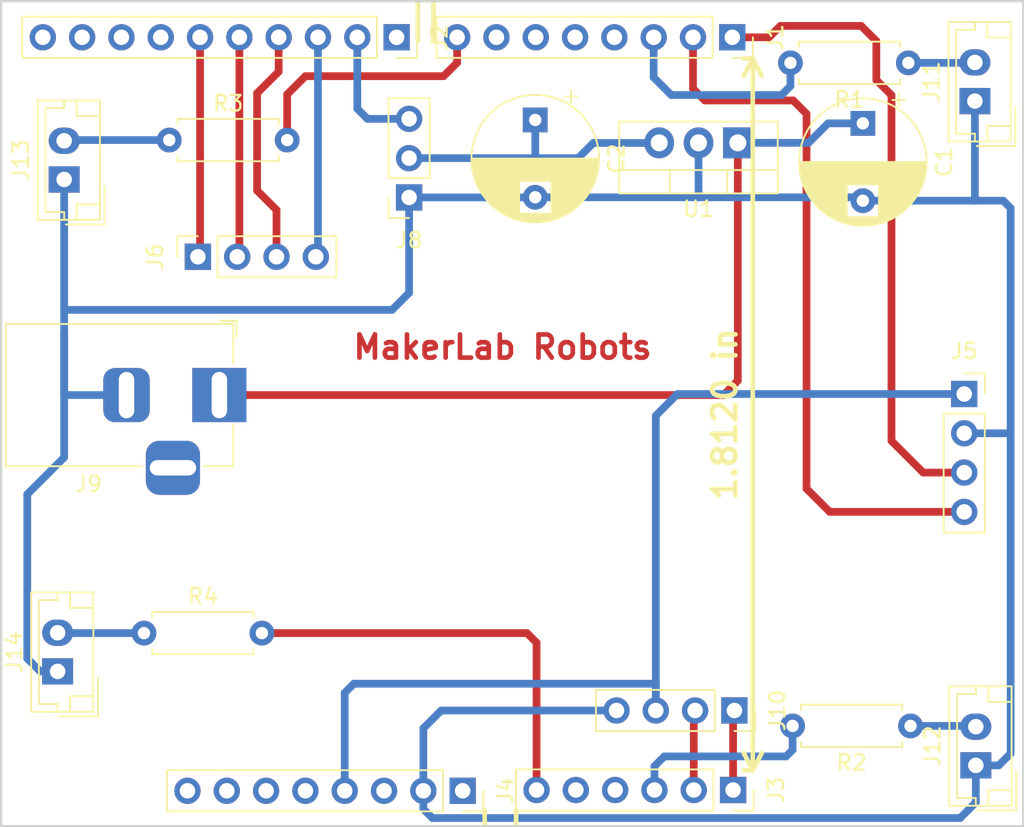
<source format=kicad_pcb>
(kicad_pcb (version 20171130) (host pcbnew "(5.0.0)")

  (general
    (thickness 1.6)
    (drawings 10)
    (tracks 124)
    (zones 0)
    (modules 20)
    (nets 39)
  )

  (page A4)
  (layers
    (0 F.Cu signal)
    (31 B.Cu signal)
    (32 B.Adhes user)
    (33 F.Adhes user)
    (34 B.Paste user)
    (35 F.Paste user)
    (36 B.SilkS user)
    (37 F.SilkS user hide)
    (38 B.Mask user)
    (39 F.Mask user)
    (40 Dwgs.User user)
    (41 Cmts.User user)
    (42 Eco1.User user)
    (43 Eco2.User user)
    (44 Edge.Cuts user)
    (45 Margin user)
    (46 B.CrtYd user hide)
    (47 F.CrtYd user)
    (48 B.Fab user)
    (49 F.Fab user hide)
  )

  (setup
    (last_trace_width 0.5)
    (user_trace_width 0.5)
    (trace_clearance 0.2)
    (zone_clearance 0.508)
    (zone_45_only no)
    (trace_min 0.2)
    (segment_width 0.2)
    (edge_width 0.15)
    (via_size 0.8)
    (via_drill 0.4)
    (via_min_size 0.4)
    (via_min_drill 0.3)
    (uvia_size 0.3)
    (uvia_drill 0.1)
    (uvias_allowed no)
    (uvia_min_size 0.2)
    (uvia_min_drill 0.1)
    (pcb_text_width 0.3)
    (pcb_text_size 1.5 1.5)
    (mod_edge_width 0.15)
    (mod_text_size 1 1)
    (mod_text_width 0.15)
    (pad_size 1.524 1.524)
    (pad_drill 0.762)
    (pad_to_mask_clearance 0.051)
    (solder_mask_min_width 0.25)
    (aux_axis_origin 0 0)
    (visible_elements 7FFFFFFF)
    (pcbplotparams
      (layerselection 0x010fc_ffffffff)
      (usegerberextensions false)
      (usegerberattributes false)
      (usegerberadvancedattributes false)
      (creategerberjobfile false)
      (excludeedgelayer true)
      (linewidth 0.100000)
      (plotframeref false)
      (viasonmask false)
      (mode 1)
      (useauxorigin false)
      (hpglpennumber 1)
      (hpglpenspeed 20)
      (hpglpendiameter 15.000000)
      (psnegative false)
      (psa4output false)
      (plotreference true)
      (plotvalue true)
      (plotinvisibletext false)
      (padsonsilk false)
      (subtractmaskfromsilk false)
      (outputformat 1)
      (mirror false)
      (drillshape 1)
      (scaleselection 1)
      (outputdirectory "./"))
  )

  (net 0 "")
  (net 1 TX)
  (net 2 RX)
  (net 3 "Net-(J1-Pad4)")
  (net 4 "Net-(J1-Pad5)")
  (net 5 "Net-(J1-Pad6)")
  (net 6 "Net-(J1-Pad7)")
  (net 7 "Net-(J2-Pad1)")
  (net 8 servo)
  (net 9 IN1)
  (net 10 IN2)
  (net 11 IN3)
  (net 12 IN4)
  (net 13 "Net-(J3-Pad4)")
  (net 14 "Net-(J4-Pad8)")
  (net 15 "Net-(J4-Pad7)")
  (net 16 "Net-(J4-Pad6)")
  (net 17 "Net-(J4-Pad5)")
  (net 18 "Net-(J4-Pad3)")
  (net 19 SCL)
  (net 20 SDA)
  (net 21 5V)
  (net 22 "Net-(J4-Pad1)")
  (net 23 "Net-(J12-Pad2)")
  (net 24 led2)
  (net 25 led1)
  (net 26 "Net-(J11-Pad2)")
  (net 27 "Net-(J14-Pad2)")
  (net 28 led4)
  (net 29 led3)
  (net 30 "Net-(J13-Pad2)")
  (net 31 GND)
  (net 32 +6V)
  (net 33 "Net-(J3-Pad5)")
  (net 34 "Net-(J2-Pad7)")
  (net 35 "Net-(J2-Pad8)")
  (net 36 "Net-(J2-Pad9)")
  (net 37 "Net-(J2-Pad10)")
  (net 38 +12V)

  (net_class Default "Ceci est la Netclass par défaut."
    (clearance 0.2)
    (trace_width 0.25)
    (via_dia 0.8)
    (via_drill 0.4)
    (uvia_dia 0.3)
    (uvia_drill 0.1)
    (add_net +12V)
    (add_net +6V)
    (add_net 5V)
    (add_net GND)
    (add_net IN1)
    (add_net IN2)
    (add_net IN3)
    (add_net IN4)
    (add_net "Net-(J1-Pad4)")
    (add_net "Net-(J1-Pad5)")
    (add_net "Net-(J1-Pad6)")
    (add_net "Net-(J1-Pad7)")
    (add_net "Net-(J11-Pad2)")
    (add_net "Net-(J12-Pad2)")
    (add_net "Net-(J13-Pad2)")
    (add_net "Net-(J14-Pad2)")
    (add_net "Net-(J2-Pad1)")
    (add_net "Net-(J2-Pad10)")
    (add_net "Net-(J2-Pad7)")
    (add_net "Net-(J2-Pad8)")
    (add_net "Net-(J2-Pad9)")
    (add_net "Net-(J3-Pad4)")
    (add_net "Net-(J3-Pad5)")
    (add_net "Net-(J4-Pad1)")
    (add_net "Net-(J4-Pad3)")
    (add_net "Net-(J4-Pad5)")
    (add_net "Net-(J4-Pad6)")
    (add_net "Net-(J4-Pad7)")
    (add_net "Net-(J4-Pad8)")
    (add_net RX)
    (add_net SCL)
    (add_net SDA)
    (add_net TX)
    (add_net led1)
    (add_net led2)
    (add_net led3)
    (add_net led4)
    (add_net servo)
  )

  (module Capacitor_THT:CP_Radial_D8.0mm_P5.00mm (layer F.Cu) (tedit 5AE50EF0) (tstamp 61610C65)
    (at 77.69 43.24 270)
    (descr "CP, Radial series, Radial, pin pitch=5.00mm, , diameter=8mm, Electrolytic Capacitor")
    (tags "CP Radial series Radial pin pitch 5.00mm  diameter 8mm Electrolytic Capacitor")
    (path /6154AD07)
    (fp_text reference C2 (at 2.5 -5.25 270) (layer F.SilkS)
      (effects (font (size 1 1) (thickness 0.15)))
    )
    (fp_text value 10uF (at 2.5 5.25 270) (layer F.Fab)
      (effects (font (size 1 1) (thickness 0.15)))
    )
    (fp_text user %R (at 2.5 0 270) (layer F.Fab)
      (effects (font (size 1 1) (thickness 0.15)))
    )
    (fp_line (start -1.509698 -2.715) (end -1.509698 -1.915) (layer F.SilkS) (width 0.12))
    (fp_line (start -1.909698 -2.315) (end -1.109698 -2.315) (layer F.SilkS) (width 0.12))
    (fp_line (start 6.581 -0.533) (end 6.581 0.533) (layer F.SilkS) (width 0.12))
    (fp_line (start 6.541 -0.768) (end 6.541 0.768) (layer F.SilkS) (width 0.12))
    (fp_line (start 6.501 -0.948) (end 6.501 0.948) (layer F.SilkS) (width 0.12))
    (fp_line (start 6.461 -1.098) (end 6.461 1.098) (layer F.SilkS) (width 0.12))
    (fp_line (start 6.421 -1.229) (end 6.421 1.229) (layer F.SilkS) (width 0.12))
    (fp_line (start 6.381 -1.346) (end 6.381 1.346) (layer F.SilkS) (width 0.12))
    (fp_line (start 6.341 -1.453) (end 6.341 1.453) (layer F.SilkS) (width 0.12))
    (fp_line (start 6.301 -1.552) (end 6.301 1.552) (layer F.SilkS) (width 0.12))
    (fp_line (start 6.261 -1.645) (end 6.261 1.645) (layer F.SilkS) (width 0.12))
    (fp_line (start 6.221 -1.731) (end 6.221 1.731) (layer F.SilkS) (width 0.12))
    (fp_line (start 6.181 -1.813) (end 6.181 1.813) (layer F.SilkS) (width 0.12))
    (fp_line (start 6.141 -1.89) (end 6.141 1.89) (layer F.SilkS) (width 0.12))
    (fp_line (start 6.101 -1.964) (end 6.101 1.964) (layer F.SilkS) (width 0.12))
    (fp_line (start 6.061 -2.034) (end 6.061 2.034) (layer F.SilkS) (width 0.12))
    (fp_line (start 6.021 1.04) (end 6.021 2.102) (layer F.SilkS) (width 0.12))
    (fp_line (start 6.021 -2.102) (end 6.021 -1.04) (layer F.SilkS) (width 0.12))
    (fp_line (start 5.981 1.04) (end 5.981 2.166) (layer F.SilkS) (width 0.12))
    (fp_line (start 5.981 -2.166) (end 5.981 -1.04) (layer F.SilkS) (width 0.12))
    (fp_line (start 5.941 1.04) (end 5.941 2.228) (layer F.SilkS) (width 0.12))
    (fp_line (start 5.941 -2.228) (end 5.941 -1.04) (layer F.SilkS) (width 0.12))
    (fp_line (start 5.901 1.04) (end 5.901 2.287) (layer F.SilkS) (width 0.12))
    (fp_line (start 5.901 -2.287) (end 5.901 -1.04) (layer F.SilkS) (width 0.12))
    (fp_line (start 5.861 1.04) (end 5.861 2.345) (layer F.SilkS) (width 0.12))
    (fp_line (start 5.861 -2.345) (end 5.861 -1.04) (layer F.SilkS) (width 0.12))
    (fp_line (start 5.821 1.04) (end 5.821 2.4) (layer F.SilkS) (width 0.12))
    (fp_line (start 5.821 -2.4) (end 5.821 -1.04) (layer F.SilkS) (width 0.12))
    (fp_line (start 5.781 1.04) (end 5.781 2.454) (layer F.SilkS) (width 0.12))
    (fp_line (start 5.781 -2.454) (end 5.781 -1.04) (layer F.SilkS) (width 0.12))
    (fp_line (start 5.741 1.04) (end 5.741 2.505) (layer F.SilkS) (width 0.12))
    (fp_line (start 5.741 -2.505) (end 5.741 -1.04) (layer F.SilkS) (width 0.12))
    (fp_line (start 5.701 1.04) (end 5.701 2.556) (layer F.SilkS) (width 0.12))
    (fp_line (start 5.701 -2.556) (end 5.701 -1.04) (layer F.SilkS) (width 0.12))
    (fp_line (start 5.661 1.04) (end 5.661 2.604) (layer F.SilkS) (width 0.12))
    (fp_line (start 5.661 -2.604) (end 5.661 -1.04) (layer F.SilkS) (width 0.12))
    (fp_line (start 5.621 1.04) (end 5.621 2.651) (layer F.SilkS) (width 0.12))
    (fp_line (start 5.621 -2.651) (end 5.621 -1.04) (layer F.SilkS) (width 0.12))
    (fp_line (start 5.581 1.04) (end 5.581 2.697) (layer F.SilkS) (width 0.12))
    (fp_line (start 5.581 -2.697) (end 5.581 -1.04) (layer F.SilkS) (width 0.12))
    (fp_line (start 5.541 1.04) (end 5.541 2.741) (layer F.SilkS) (width 0.12))
    (fp_line (start 5.541 -2.741) (end 5.541 -1.04) (layer F.SilkS) (width 0.12))
    (fp_line (start 5.501 1.04) (end 5.501 2.784) (layer F.SilkS) (width 0.12))
    (fp_line (start 5.501 -2.784) (end 5.501 -1.04) (layer F.SilkS) (width 0.12))
    (fp_line (start 5.461 1.04) (end 5.461 2.826) (layer F.SilkS) (width 0.12))
    (fp_line (start 5.461 -2.826) (end 5.461 -1.04) (layer F.SilkS) (width 0.12))
    (fp_line (start 5.421 1.04) (end 5.421 2.867) (layer F.SilkS) (width 0.12))
    (fp_line (start 5.421 -2.867) (end 5.421 -1.04) (layer F.SilkS) (width 0.12))
    (fp_line (start 5.381 1.04) (end 5.381 2.907) (layer F.SilkS) (width 0.12))
    (fp_line (start 5.381 -2.907) (end 5.381 -1.04) (layer F.SilkS) (width 0.12))
    (fp_line (start 5.341 1.04) (end 5.341 2.945) (layer F.SilkS) (width 0.12))
    (fp_line (start 5.341 -2.945) (end 5.341 -1.04) (layer F.SilkS) (width 0.12))
    (fp_line (start 5.301 1.04) (end 5.301 2.983) (layer F.SilkS) (width 0.12))
    (fp_line (start 5.301 -2.983) (end 5.301 -1.04) (layer F.SilkS) (width 0.12))
    (fp_line (start 5.261 1.04) (end 5.261 3.019) (layer F.SilkS) (width 0.12))
    (fp_line (start 5.261 -3.019) (end 5.261 -1.04) (layer F.SilkS) (width 0.12))
    (fp_line (start 5.221 1.04) (end 5.221 3.055) (layer F.SilkS) (width 0.12))
    (fp_line (start 5.221 -3.055) (end 5.221 -1.04) (layer F.SilkS) (width 0.12))
    (fp_line (start 5.181 1.04) (end 5.181 3.09) (layer F.SilkS) (width 0.12))
    (fp_line (start 5.181 -3.09) (end 5.181 -1.04) (layer F.SilkS) (width 0.12))
    (fp_line (start 5.141 1.04) (end 5.141 3.124) (layer F.SilkS) (width 0.12))
    (fp_line (start 5.141 -3.124) (end 5.141 -1.04) (layer F.SilkS) (width 0.12))
    (fp_line (start 5.101 1.04) (end 5.101 3.156) (layer F.SilkS) (width 0.12))
    (fp_line (start 5.101 -3.156) (end 5.101 -1.04) (layer F.SilkS) (width 0.12))
    (fp_line (start 5.061 1.04) (end 5.061 3.189) (layer F.SilkS) (width 0.12))
    (fp_line (start 5.061 -3.189) (end 5.061 -1.04) (layer F.SilkS) (width 0.12))
    (fp_line (start 5.021 1.04) (end 5.021 3.22) (layer F.SilkS) (width 0.12))
    (fp_line (start 5.021 -3.22) (end 5.021 -1.04) (layer F.SilkS) (width 0.12))
    (fp_line (start 4.981 1.04) (end 4.981 3.25) (layer F.SilkS) (width 0.12))
    (fp_line (start 4.981 -3.25) (end 4.981 -1.04) (layer F.SilkS) (width 0.12))
    (fp_line (start 4.941 1.04) (end 4.941 3.28) (layer F.SilkS) (width 0.12))
    (fp_line (start 4.941 -3.28) (end 4.941 -1.04) (layer F.SilkS) (width 0.12))
    (fp_line (start 4.901 1.04) (end 4.901 3.309) (layer F.SilkS) (width 0.12))
    (fp_line (start 4.901 -3.309) (end 4.901 -1.04) (layer F.SilkS) (width 0.12))
    (fp_line (start 4.861 1.04) (end 4.861 3.338) (layer F.SilkS) (width 0.12))
    (fp_line (start 4.861 -3.338) (end 4.861 -1.04) (layer F.SilkS) (width 0.12))
    (fp_line (start 4.821 1.04) (end 4.821 3.365) (layer F.SilkS) (width 0.12))
    (fp_line (start 4.821 -3.365) (end 4.821 -1.04) (layer F.SilkS) (width 0.12))
    (fp_line (start 4.781 1.04) (end 4.781 3.392) (layer F.SilkS) (width 0.12))
    (fp_line (start 4.781 -3.392) (end 4.781 -1.04) (layer F.SilkS) (width 0.12))
    (fp_line (start 4.741 1.04) (end 4.741 3.418) (layer F.SilkS) (width 0.12))
    (fp_line (start 4.741 -3.418) (end 4.741 -1.04) (layer F.SilkS) (width 0.12))
    (fp_line (start 4.701 1.04) (end 4.701 3.444) (layer F.SilkS) (width 0.12))
    (fp_line (start 4.701 -3.444) (end 4.701 -1.04) (layer F.SilkS) (width 0.12))
    (fp_line (start 4.661 1.04) (end 4.661 3.469) (layer F.SilkS) (width 0.12))
    (fp_line (start 4.661 -3.469) (end 4.661 -1.04) (layer F.SilkS) (width 0.12))
    (fp_line (start 4.621 1.04) (end 4.621 3.493) (layer F.SilkS) (width 0.12))
    (fp_line (start 4.621 -3.493) (end 4.621 -1.04) (layer F.SilkS) (width 0.12))
    (fp_line (start 4.581 1.04) (end 4.581 3.517) (layer F.SilkS) (width 0.12))
    (fp_line (start 4.581 -3.517) (end 4.581 -1.04) (layer F.SilkS) (width 0.12))
    (fp_line (start 4.541 1.04) (end 4.541 3.54) (layer F.SilkS) (width 0.12))
    (fp_line (start 4.541 -3.54) (end 4.541 -1.04) (layer F.SilkS) (width 0.12))
    (fp_line (start 4.501 1.04) (end 4.501 3.562) (layer F.SilkS) (width 0.12))
    (fp_line (start 4.501 -3.562) (end 4.501 -1.04) (layer F.SilkS) (width 0.12))
    (fp_line (start 4.461 1.04) (end 4.461 3.584) (layer F.SilkS) (width 0.12))
    (fp_line (start 4.461 -3.584) (end 4.461 -1.04) (layer F.SilkS) (width 0.12))
    (fp_line (start 4.421 1.04) (end 4.421 3.606) (layer F.SilkS) (width 0.12))
    (fp_line (start 4.421 -3.606) (end 4.421 -1.04) (layer F.SilkS) (width 0.12))
    (fp_line (start 4.381 1.04) (end 4.381 3.627) (layer F.SilkS) (width 0.12))
    (fp_line (start 4.381 -3.627) (end 4.381 -1.04) (layer F.SilkS) (width 0.12))
    (fp_line (start 4.341 1.04) (end 4.341 3.647) (layer F.SilkS) (width 0.12))
    (fp_line (start 4.341 -3.647) (end 4.341 -1.04) (layer F.SilkS) (width 0.12))
    (fp_line (start 4.301 1.04) (end 4.301 3.666) (layer F.SilkS) (width 0.12))
    (fp_line (start 4.301 -3.666) (end 4.301 -1.04) (layer F.SilkS) (width 0.12))
    (fp_line (start 4.261 1.04) (end 4.261 3.686) (layer F.SilkS) (width 0.12))
    (fp_line (start 4.261 -3.686) (end 4.261 -1.04) (layer F.SilkS) (width 0.12))
    (fp_line (start 4.221 1.04) (end 4.221 3.704) (layer F.SilkS) (width 0.12))
    (fp_line (start 4.221 -3.704) (end 4.221 -1.04) (layer F.SilkS) (width 0.12))
    (fp_line (start 4.181 1.04) (end 4.181 3.722) (layer F.SilkS) (width 0.12))
    (fp_line (start 4.181 -3.722) (end 4.181 -1.04) (layer F.SilkS) (width 0.12))
    (fp_line (start 4.141 1.04) (end 4.141 3.74) (layer F.SilkS) (width 0.12))
    (fp_line (start 4.141 -3.74) (end 4.141 -1.04) (layer F.SilkS) (width 0.12))
    (fp_line (start 4.101 1.04) (end 4.101 3.757) (layer F.SilkS) (width 0.12))
    (fp_line (start 4.101 -3.757) (end 4.101 -1.04) (layer F.SilkS) (width 0.12))
    (fp_line (start 4.061 1.04) (end 4.061 3.774) (layer F.SilkS) (width 0.12))
    (fp_line (start 4.061 -3.774) (end 4.061 -1.04) (layer F.SilkS) (width 0.12))
    (fp_line (start 4.021 1.04) (end 4.021 3.79) (layer F.SilkS) (width 0.12))
    (fp_line (start 4.021 -3.79) (end 4.021 -1.04) (layer F.SilkS) (width 0.12))
    (fp_line (start 3.981 1.04) (end 3.981 3.805) (layer F.SilkS) (width 0.12))
    (fp_line (start 3.981 -3.805) (end 3.981 -1.04) (layer F.SilkS) (width 0.12))
    (fp_line (start 3.941 -3.821) (end 3.941 3.821) (layer F.SilkS) (width 0.12))
    (fp_line (start 3.901 -3.835) (end 3.901 3.835) (layer F.SilkS) (width 0.12))
    (fp_line (start 3.861 -3.85) (end 3.861 3.85) (layer F.SilkS) (width 0.12))
    (fp_line (start 3.821 -3.863) (end 3.821 3.863) (layer F.SilkS) (width 0.12))
    (fp_line (start 3.781 -3.877) (end 3.781 3.877) (layer F.SilkS) (width 0.12))
    (fp_line (start 3.741 -3.889) (end 3.741 3.889) (layer F.SilkS) (width 0.12))
    (fp_line (start 3.701 -3.902) (end 3.701 3.902) (layer F.SilkS) (width 0.12))
    (fp_line (start 3.661 -3.914) (end 3.661 3.914) (layer F.SilkS) (width 0.12))
    (fp_line (start 3.621 -3.925) (end 3.621 3.925) (layer F.SilkS) (width 0.12))
    (fp_line (start 3.581 -3.936) (end 3.581 3.936) (layer F.SilkS) (width 0.12))
    (fp_line (start 3.541 -3.947) (end 3.541 3.947) (layer F.SilkS) (width 0.12))
    (fp_line (start 3.501 -3.957) (end 3.501 3.957) (layer F.SilkS) (width 0.12))
    (fp_line (start 3.461 -3.967) (end 3.461 3.967) (layer F.SilkS) (width 0.12))
    (fp_line (start 3.421 -3.976) (end 3.421 3.976) (layer F.SilkS) (width 0.12))
    (fp_line (start 3.381 -3.985) (end 3.381 3.985) (layer F.SilkS) (width 0.12))
    (fp_line (start 3.341 -3.994) (end 3.341 3.994) (layer F.SilkS) (width 0.12))
    (fp_line (start 3.301 -4.002) (end 3.301 4.002) (layer F.SilkS) (width 0.12))
    (fp_line (start 3.261 -4.01) (end 3.261 4.01) (layer F.SilkS) (width 0.12))
    (fp_line (start 3.221 -4.017) (end 3.221 4.017) (layer F.SilkS) (width 0.12))
    (fp_line (start 3.18 -4.024) (end 3.18 4.024) (layer F.SilkS) (width 0.12))
    (fp_line (start 3.14 -4.03) (end 3.14 4.03) (layer F.SilkS) (width 0.12))
    (fp_line (start 3.1 -4.037) (end 3.1 4.037) (layer F.SilkS) (width 0.12))
    (fp_line (start 3.06 -4.042) (end 3.06 4.042) (layer F.SilkS) (width 0.12))
    (fp_line (start 3.02 -4.048) (end 3.02 4.048) (layer F.SilkS) (width 0.12))
    (fp_line (start 2.98 -4.052) (end 2.98 4.052) (layer F.SilkS) (width 0.12))
    (fp_line (start 2.94 -4.057) (end 2.94 4.057) (layer F.SilkS) (width 0.12))
    (fp_line (start 2.9 -4.061) (end 2.9 4.061) (layer F.SilkS) (width 0.12))
    (fp_line (start 2.86 -4.065) (end 2.86 4.065) (layer F.SilkS) (width 0.12))
    (fp_line (start 2.82 -4.068) (end 2.82 4.068) (layer F.SilkS) (width 0.12))
    (fp_line (start 2.78 -4.071) (end 2.78 4.071) (layer F.SilkS) (width 0.12))
    (fp_line (start 2.74 -4.074) (end 2.74 4.074) (layer F.SilkS) (width 0.12))
    (fp_line (start 2.7 -4.076) (end 2.7 4.076) (layer F.SilkS) (width 0.12))
    (fp_line (start 2.66 -4.077) (end 2.66 4.077) (layer F.SilkS) (width 0.12))
    (fp_line (start 2.62 -4.079) (end 2.62 4.079) (layer F.SilkS) (width 0.12))
    (fp_line (start 2.58 -4.08) (end 2.58 4.08) (layer F.SilkS) (width 0.12))
    (fp_line (start 2.54 -4.08) (end 2.54 4.08) (layer F.SilkS) (width 0.12))
    (fp_line (start 2.5 -4.08) (end 2.5 4.08) (layer F.SilkS) (width 0.12))
    (fp_line (start -0.526759 -2.1475) (end -0.526759 -1.3475) (layer F.Fab) (width 0.1))
    (fp_line (start -0.926759 -1.7475) (end -0.126759 -1.7475) (layer F.Fab) (width 0.1))
    (fp_circle (center 2.5 0) (end 6.75 0) (layer F.CrtYd) (width 0.05))
    (fp_circle (center 2.5 0) (end 6.62 0) (layer F.SilkS) (width 0.12))
    (fp_circle (center 2.5 0) (end 6.5 0) (layer F.Fab) (width 0.1))
    (pad 2 thru_hole circle (at 5 0 270) (size 1.6 1.6) (drill 0.8) (layers *.Cu *.Mask)
      (net 31 GND))
    (pad 1 thru_hole rect (at 0 0 270) (size 1.6 1.6) (drill 0.8) (layers *.Cu *.Mask)
      (net 32 +6V))
    (model ${KISYS3DMOD}/Capacitor_THT.3dshapes/CP_Radial_D8.0mm_P5.00mm.wrl
      (at (xyz 0 0 0))
      (scale (xyz 1 1 1))
      (rotate (xyz 0 0 0))
    )
  )

  (module Package_TO_SOT_THT:TO-220-3_Vertical (layer F.Cu) (tedit 5AC8BA0D) (tstamp 61610863)
    (at 90.78 44.72 180)
    (descr "TO-220-3, Vertical, RM 2.54mm, see https://www.vishay.com/docs/66542/to-220-1.pdf")
    (tags "TO-220-3 Vertical RM 2.54mm")
    (path /6154A72B)
    (fp_text reference U1 (at 2.54 -4.27 180) (layer F.SilkS)
      (effects (font (size 1 1) (thickness 0.15)))
    )
    (fp_text value L7806 (at 2.54 2.5 180) (layer F.Fab)
      (effects (font (size 1 1) (thickness 0.15)))
    )
    (fp_line (start -2.46 -3.15) (end -2.46 1.25) (layer F.Fab) (width 0.1))
    (fp_line (start -2.46 1.25) (end 7.54 1.25) (layer F.Fab) (width 0.1))
    (fp_line (start 7.54 1.25) (end 7.54 -3.15) (layer F.Fab) (width 0.1))
    (fp_line (start 7.54 -3.15) (end -2.46 -3.15) (layer F.Fab) (width 0.1))
    (fp_line (start -2.46 -1.88) (end 7.54 -1.88) (layer F.Fab) (width 0.1))
    (fp_line (start 0.69 -3.15) (end 0.69 -1.88) (layer F.Fab) (width 0.1))
    (fp_line (start 4.39 -3.15) (end 4.39 -1.88) (layer F.Fab) (width 0.1))
    (fp_line (start -2.58 -3.27) (end 7.66 -3.27) (layer F.SilkS) (width 0.12))
    (fp_line (start -2.58 1.371) (end 7.66 1.371) (layer F.SilkS) (width 0.12))
    (fp_line (start -2.58 -3.27) (end -2.58 1.371) (layer F.SilkS) (width 0.12))
    (fp_line (start 7.66 -3.27) (end 7.66 1.371) (layer F.SilkS) (width 0.12))
    (fp_line (start -2.58 -1.76) (end 7.66 -1.76) (layer F.SilkS) (width 0.12))
    (fp_line (start 0.69 -3.27) (end 0.69 -1.76) (layer F.SilkS) (width 0.12))
    (fp_line (start 4.391 -3.27) (end 4.391 -1.76) (layer F.SilkS) (width 0.12))
    (fp_line (start -2.71 -3.4) (end -2.71 1.51) (layer F.CrtYd) (width 0.05))
    (fp_line (start -2.71 1.51) (end 7.79 1.51) (layer F.CrtYd) (width 0.05))
    (fp_line (start 7.79 1.51) (end 7.79 -3.4) (layer F.CrtYd) (width 0.05))
    (fp_line (start 7.79 -3.4) (end -2.71 -3.4) (layer F.CrtYd) (width 0.05))
    (fp_text user %R (at 2.54 -4.27 180) (layer F.Fab)
      (effects (font (size 1 1) (thickness 0.15)))
    )
    (pad 1 thru_hole rect (at 0 0 180) (size 1.905 2) (drill 1.1) (layers *.Cu *.Mask)
      (net 38 +12V))
    (pad 2 thru_hole oval (at 2.54 0 180) (size 1.905 2) (drill 1.1) (layers *.Cu *.Mask)
      (net 31 GND))
    (pad 3 thru_hole oval (at 5.08 0 180) (size 1.905 2) (drill 1.1) (layers *.Cu *.Mask)
      (net 32 +6V))
    (model ${KISYS3DMOD}/Package_TO_SOT_THT.3dshapes/TO-220-3_Vertical.wrl
      (at (xyz 0 0 0))
      (scale (xyz 1 1 1))
      (rotate (xyz 0 0 0))
    )
  )

  (module Connector_BarrelJack:BarrelJack_Horizontal (layer F.Cu) (tedit 5A1DBF6A) (tstamp 61611DE4)
    (at 57.28 61.03)
    (descr "DC Barrel Jack")
    (tags "Power Jack")
    (path /5F9854DF)
    (fp_text reference J9 (at -8.45 5.75) (layer F.SilkS)
      (effects (font (size 1 1) (thickness 0.15)))
    )
    (fp_text value Conn_01x02_Male (at -6.2 -5.5) (layer F.Fab)
      (effects (font (size 1 1) (thickness 0.15)))
    )
    (fp_text user %R (at -3 -2.95) (layer F.Fab)
      (effects (font (size 1 1) (thickness 0.15)))
    )
    (fp_line (start -0.003213 -4.505425) (end 0.8 -3.75) (layer F.Fab) (width 0.1))
    (fp_line (start 1.1 -3.75) (end 1.1 -4.8) (layer F.SilkS) (width 0.12))
    (fp_line (start 0.05 -4.8) (end 1.1 -4.8) (layer F.SilkS) (width 0.12))
    (fp_line (start 1 -4.5) (end 1 -4.75) (layer F.CrtYd) (width 0.05))
    (fp_line (start 1 -4.75) (end -14 -4.75) (layer F.CrtYd) (width 0.05))
    (fp_line (start 1 -4.5) (end 1 -2) (layer F.CrtYd) (width 0.05))
    (fp_line (start 1 -2) (end 2 -2) (layer F.CrtYd) (width 0.05))
    (fp_line (start 2 -2) (end 2 2) (layer F.CrtYd) (width 0.05))
    (fp_line (start 2 2) (end 1 2) (layer F.CrtYd) (width 0.05))
    (fp_line (start 1 2) (end 1 4.75) (layer F.CrtYd) (width 0.05))
    (fp_line (start 1 4.75) (end -1 4.75) (layer F.CrtYd) (width 0.05))
    (fp_line (start -1 4.75) (end -1 6.75) (layer F.CrtYd) (width 0.05))
    (fp_line (start -1 6.75) (end -5 6.75) (layer F.CrtYd) (width 0.05))
    (fp_line (start -5 6.75) (end -5 4.75) (layer F.CrtYd) (width 0.05))
    (fp_line (start -5 4.75) (end -14 4.75) (layer F.CrtYd) (width 0.05))
    (fp_line (start -14 4.75) (end -14 -4.75) (layer F.CrtYd) (width 0.05))
    (fp_line (start -5 4.6) (end -13.8 4.6) (layer F.SilkS) (width 0.12))
    (fp_line (start -13.8 4.6) (end -13.8 -4.6) (layer F.SilkS) (width 0.12))
    (fp_line (start 0.9 1.9) (end 0.9 4.6) (layer F.SilkS) (width 0.12))
    (fp_line (start 0.9 4.6) (end -1 4.6) (layer F.SilkS) (width 0.12))
    (fp_line (start -13.8 -4.6) (end 0.9 -4.6) (layer F.SilkS) (width 0.12))
    (fp_line (start 0.9 -4.6) (end 0.9 -2) (layer F.SilkS) (width 0.12))
    (fp_line (start -10.2 -4.5) (end -10.2 4.5) (layer F.Fab) (width 0.1))
    (fp_line (start -13.7 -4.5) (end -13.7 4.5) (layer F.Fab) (width 0.1))
    (fp_line (start -13.7 4.5) (end 0.8 4.5) (layer F.Fab) (width 0.1))
    (fp_line (start 0.8 4.5) (end 0.8 -3.75) (layer F.Fab) (width 0.1))
    (fp_line (start 0 -4.5) (end -13.7 -4.5) (layer F.Fab) (width 0.1))
    (pad 1 thru_hole rect (at 0 0) (size 3.5 3.5) (drill oval 1 3) (layers *.Cu *.Mask)
      (net 38 +12V))
    (pad 2 thru_hole roundrect (at -6 0) (size 3 3.5) (drill oval 1 3) (layers *.Cu *.Mask) (roundrect_rratio 0.25)
      (net 31 GND))
    (pad 3 thru_hole roundrect (at -3 4.7) (size 3.5 3.5) (drill oval 3 1) (layers *.Cu *.Mask) (roundrect_rratio 0.25))
    (model ${KISYS3DMOD}/Connector_BarrelJack.3dshapes/BarrelJack_Horizontal.wrl
      (at (xyz 0 0 0))
      (scale (xyz 1 1 1))
      (rotate (xyz 0 0 0))
    )
  )

  (module Capacitor_THT:CP_Radial_D8.0mm_P5.00mm (layer F.Cu) (tedit 5AE50EF0) (tstamp 61610BBC)
    (at 98.86 43.46 270)
    (descr "CP, Radial series, Radial, pin pitch=5.00mm, , diameter=8mm, Electrolytic Capacitor")
    (tags "CP Radial series Radial pin pitch 5.00mm  diameter 8mm Electrolytic Capacitor")
    (path /6154AF5D)
    (fp_text reference C1 (at 2.5 -5.25 270) (layer F.SilkS)
      (effects (font (size 1 1) (thickness 0.15)))
    )
    (fp_text value 10uF (at 2.5 5.25 270) (layer F.Fab)
      (effects (font (size 1 1) (thickness 0.15)))
    )
    (fp_circle (center 2.5 0) (end 6.5 0) (layer F.Fab) (width 0.1))
    (fp_circle (center 2.5 0) (end 6.62 0) (layer F.SilkS) (width 0.12))
    (fp_circle (center 2.5 0) (end 6.75 0) (layer F.CrtYd) (width 0.05))
    (fp_line (start -0.926759 -1.7475) (end -0.126759 -1.7475) (layer F.Fab) (width 0.1))
    (fp_line (start -0.526759 -2.1475) (end -0.526759 -1.3475) (layer F.Fab) (width 0.1))
    (fp_line (start 2.5 -4.08) (end 2.5 4.08) (layer F.SilkS) (width 0.12))
    (fp_line (start 2.54 -4.08) (end 2.54 4.08) (layer F.SilkS) (width 0.12))
    (fp_line (start 2.58 -4.08) (end 2.58 4.08) (layer F.SilkS) (width 0.12))
    (fp_line (start 2.62 -4.079) (end 2.62 4.079) (layer F.SilkS) (width 0.12))
    (fp_line (start 2.66 -4.077) (end 2.66 4.077) (layer F.SilkS) (width 0.12))
    (fp_line (start 2.7 -4.076) (end 2.7 4.076) (layer F.SilkS) (width 0.12))
    (fp_line (start 2.74 -4.074) (end 2.74 4.074) (layer F.SilkS) (width 0.12))
    (fp_line (start 2.78 -4.071) (end 2.78 4.071) (layer F.SilkS) (width 0.12))
    (fp_line (start 2.82 -4.068) (end 2.82 4.068) (layer F.SilkS) (width 0.12))
    (fp_line (start 2.86 -4.065) (end 2.86 4.065) (layer F.SilkS) (width 0.12))
    (fp_line (start 2.9 -4.061) (end 2.9 4.061) (layer F.SilkS) (width 0.12))
    (fp_line (start 2.94 -4.057) (end 2.94 4.057) (layer F.SilkS) (width 0.12))
    (fp_line (start 2.98 -4.052) (end 2.98 4.052) (layer F.SilkS) (width 0.12))
    (fp_line (start 3.02 -4.048) (end 3.02 4.048) (layer F.SilkS) (width 0.12))
    (fp_line (start 3.06 -4.042) (end 3.06 4.042) (layer F.SilkS) (width 0.12))
    (fp_line (start 3.1 -4.037) (end 3.1 4.037) (layer F.SilkS) (width 0.12))
    (fp_line (start 3.14 -4.03) (end 3.14 4.03) (layer F.SilkS) (width 0.12))
    (fp_line (start 3.18 -4.024) (end 3.18 4.024) (layer F.SilkS) (width 0.12))
    (fp_line (start 3.221 -4.017) (end 3.221 4.017) (layer F.SilkS) (width 0.12))
    (fp_line (start 3.261 -4.01) (end 3.261 4.01) (layer F.SilkS) (width 0.12))
    (fp_line (start 3.301 -4.002) (end 3.301 4.002) (layer F.SilkS) (width 0.12))
    (fp_line (start 3.341 -3.994) (end 3.341 3.994) (layer F.SilkS) (width 0.12))
    (fp_line (start 3.381 -3.985) (end 3.381 3.985) (layer F.SilkS) (width 0.12))
    (fp_line (start 3.421 -3.976) (end 3.421 3.976) (layer F.SilkS) (width 0.12))
    (fp_line (start 3.461 -3.967) (end 3.461 3.967) (layer F.SilkS) (width 0.12))
    (fp_line (start 3.501 -3.957) (end 3.501 3.957) (layer F.SilkS) (width 0.12))
    (fp_line (start 3.541 -3.947) (end 3.541 3.947) (layer F.SilkS) (width 0.12))
    (fp_line (start 3.581 -3.936) (end 3.581 3.936) (layer F.SilkS) (width 0.12))
    (fp_line (start 3.621 -3.925) (end 3.621 3.925) (layer F.SilkS) (width 0.12))
    (fp_line (start 3.661 -3.914) (end 3.661 3.914) (layer F.SilkS) (width 0.12))
    (fp_line (start 3.701 -3.902) (end 3.701 3.902) (layer F.SilkS) (width 0.12))
    (fp_line (start 3.741 -3.889) (end 3.741 3.889) (layer F.SilkS) (width 0.12))
    (fp_line (start 3.781 -3.877) (end 3.781 3.877) (layer F.SilkS) (width 0.12))
    (fp_line (start 3.821 -3.863) (end 3.821 3.863) (layer F.SilkS) (width 0.12))
    (fp_line (start 3.861 -3.85) (end 3.861 3.85) (layer F.SilkS) (width 0.12))
    (fp_line (start 3.901 -3.835) (end 3.901 3.835) (layer F.SilkS) (width 0.12))
    (fp_line (start 3.941 -3.821) (end 3.941 3.821) (layer F.SilkS) (width 0.12))
    (fp_line (start 3.981 -3.805) (end 3.981 -1.04) (layer F.SilkS) (width 0.12))
    (fp_line (start 3.981 1.04) (end 3.981 3.805) (layer F.SilkS) (width 0.12))
    (fp_line (start 4.021 -3.79) (end 4.021 -1.04) (layer F.SilkS) (width 0.12))
    (fp_line (start 4.021 1.04) (end 4.021 3.79) (layer F.SilkS) (width 0.12))
    (fp_line (start 4.061 -3.774) (end 4.061 -1.04) (layer F.SilkS) (width 0.12))
    (fp_line (start 4.061 1.04) (end 4.061 3.774) (layer F.SilkS) (width 0.12))
    (fp_line (start 4.101 -3.757) (end 4.101 -1.04) (layer F.SilkS) (width 0.12))
    (fp_line (start 4.101 1.04) (end 4.101 3.757) (layer F.SilkS) (width 0.12))
    (fp_line (start 4.141 -3.74) (end 4.141 -1.04) (layer F.SilkS) (width 0.12))
    (fp_line (start 4.141 1.04) (end 4.141 3.74) (layer F.SilkS) (width 0.12))
    (fp_line (start 4.181 -3.722) (end 4.181 -1.04) (layer F.SilkS) (width 0.12))
    (fp_line (start 4.181 1.04) (end 4.181 3.722) (layer F.SilkS) (width 0.12))
    (fp_line (start 4.221 -3.704) (end 4.221 -1.04) (layer F.SilkS) (width 0.12))
    (fp_line (start 4.221 1.04) (end 4.221 3.704) (layer F.SilkS) (width 0.12))
    (fp_line (start 4.261 -3.686) (end 4.261 -1.04) (layer F.SilkS) (width 0.12))
    (fp_line (start 4.261 1.04) (end 4.261 3.686) (layer F.SilkS) (width 0.12))
    (fp_line (start 4.301 -3.666) (end 4.301 -1.04) (layer F.SilkS) (width 0.12))
    (fp_line (start 4.301 1.04) (end 4.301 3.666) (layer F.SilkS) (width 0.12))
    (fp_line (start 4.341 -3.647) (end 4.341 -1.04) (layer F.SilkS) (width 0.12))
    (fp_line (start 4.341 1.04) (end 4.341 3.647) (layer F.SilkS) (width 0.12))
    (fp_line (start 4.381 -3.627) (end 4.381 -1.04) (layer F.SilkS) (width 0.12))
    (fp_line (start 4.381 1.04) (end 4.381 3.627) (layer F.SilkS) (width 0.12))
    (fp_line (start 4.421 -3.606) (end 4.421 -1.04) (layer F.SilkS) (width 0.12))
    (fp_line (start 4.421 1.04) (end 4.421 3.606) (layer F.SilkS) (width 0.12))
    (fp_line (start 4.461 -3.584) (end 4.461 -1.04) (layer F.SilkS) (width 0.12))
    (fp_line (start 4.461 1.04) (end 4.461 3.584) (layer F.SilkS) (width 0.12))
    (fp_line (start 4.501 -3.562) (end 4.501 -1.04) (layer F.SilkS) (width 0.12))
    (fp_line (start 4.501 1.04) (end 4.501 3.562) (layer F.SilkS) (width 0.12))
    (fp_line (start 4.541 -3.54) (end 4.541 -1.04) (layer F.SilkS) (width 0.12))
    (fp_line (start 4.541 1.04) (end 4.541 3.54) (layer F.SilkS) (width 0.12))
    (fp_line (start 4.581 -3.517) (end 4.581 -1.04) (layer F.SilkS) (width 0.12))
    (fp_line (start 4.581 1.04) (end 4.581 3.517) (layer F.SilkS) (width 0.12))
    (fp_line (start 4.621 -3.493) (end 4.621 -1.04) (layer F.SilkS) (width 0.12))
    (fp_line (start 4.621 1.04) (end 4.621 3.493) (layer F.SilkS) (width 0.12))
    (fp_line (start 4.661 -3.469) (end 4.661 -1.04) (layer F.SilkS) (width 0.12))
    (fp_line (start 4.661 1.04) (end 4.661 3.469) (layer F.SilkS) (width 0.12))
    (fp_line (start 4.701 -3.444) (end 4.701 -1.04) (layer F.SilkS) (width 0.12))
    (fp_line (start 4.701 1.04) (end 4.701 3.444) (layer F.SilkS) (width 0.12))
    (fp_line (start 4.741 -3.418) (end 4.741 -1.04) (layer F.SilkS) (width 0.12))
    (fp_line (start 4.741 1.04) (end 4.741 3.418) (layer F.SilkS) (width 0.12))
    (fp_line (start 4.781 -3.392) (end 4.781 -1.04) (layer F.SilkS) (width 0.12))
    (fp_line (start 4.781 1.04) (end 4.781 3.392) (layer F.SilkS) (width 0.12))
    (fp_line (start 4.821 -3.365) (end 4.821 -1.04) (layer F.SilkS) (width 0.12))
    (fp_line (start 4.821 1.04) (end 4.821 3.365) (layer F.SilkS) (width 0.12))
    (fp_line (start 4.861 -3.338) (end 4.861 -1.04) (layer F.SilkS) (width 0.12))
    (fp_line (start 4.861 1.04) (end 4.861 3.338) (layer F.SilkS) (width 0.12))
    (fp_line (start 4.901 -3.309) (end 4.901 -1.04) (layer F.SilkS) (width 0.12))
    (fp_line (start 4.901 1.04) (end 4.901 3.309) (layer F.SilkS) (width 0.12))
    (fp_line (start 4.941 -3.28) (end 4.941 -1.04) (layer F.SilkS) (width 0.12))
    (fp_line (start 4.941 1.04) (end 4.941 3.28) (layer F.SilkS) (width 0.12))
    (fp_line (start 4.981 -3.25) (end 4.981 -1.04) (layer F.SilkS) (width 0.12))
    (fp_line (start 4.981 1.04) (end 4.981 3.25) (layer F.SilkS) (width 0.12))
    (fp_line (start 5.021 -3.22) (end 5.021 -1.04) (layer F.SilkS) (width 0.12))
    (fp_line (start 5.021 1.04) (end 5.021 3.22) (layer F.SilkS) (width 0.12))
    (fp_line (start 5.061 -3.189) (end 5.061 -1.04) (layer F.SilkS) (width 0.12))
    (fp_line (start 5.061 1.04) (end 5.061 3.189) (layer F.SilkS) (width 0.12))
    (fp_line (start 5.101 -3.156) (end 5.101 -1.04) (layer F.SilkS) (width 0.12))
    (fp_line (start 5.101 1.04) (end 5.101 3.156) (layer F.SilkS) (width 0.12))
    (fp_line (start 5.141 -3.124) (end 5.141 -1.04) (layer F.SilkS) (width 0.12))
    (fp_line (start 5.141 1.04) (end 5.141 3.124) (layer F.SilkS) (width 0.12))
    (fp_line (start 5.181 -3.09) (end 5.181 -1.04) (layer F.SilkS) (width 0.12))
    (fp_line (start 5.181 1.04) (end 5.181 3.09) (layer F.SilkS) (width 0.12))
    (fp_line (start 5.221 -3.055) (end 5.221 -1.04) (layer F.SilkS) (width 0.12))
    (fp_line (start 5.221 1.04) (end 5.221 3.055) (layer F.SilkS) (width 0.12))
    (fp_line (start 5.261 -3.019) (end 5.261 -1.04) (layer F.SilkS) (width 0.12))
    (fp_line (start 5.261 1.04) (end 5.261 3.019) (layer F.SilkS) (width 0.12))
    (fp_line (start 5.301 -2.983) (end 5.301 -1.04) (layer F.SilkS) (width 0.12))
    (fp_line (start 5.301 1.04) (end 5.301 2.983) (layer F.SilkS) (width 0.12))
    (fp_line (start 5.341 -2.945) (end 5.341 -1.04) (layer F.SilkS) (width 0.12))
    (fp_line (start 5.341 1.04) (end 5.341 2.945) (layer F.SilkS) (width 0.12))
    (fp_line (start 5.381 -2.907) (end 5.381 -1.04) (layer F.SilkS) (width 0.12))
    (fp_line (start 5.381 1.04) (end 5.381 2.907) (layer F.SilkS) (width 0.12))
    (fp_line (start 5.421 -2.867) (end 5.421 -1.04) (layer F.SilkS) (width 0.12))
    (fp_line (start 5.421 1.04) (end 5.421 2.867) (layer F.SilkS) (width 0.12))
    (fp_line (start 5.461 -2.826) (end 5.461 -1.04) (layer F.SilkS) (width 0.12))
    (fp_line (start 5.461 1.04) (end 5.461 2.826) (layer F.SilkS) (width 0.12))
    (fp_line (start 5.501 -2.784) (end 5.501 -1.04) (layer F.SilkS) (width 0.12))
    (fp_line (start 5.501 1.04) (end 5.501 2.784) (layer F.SilkS) (width 0.12))
    (fp_line (start 5.541 -2.741) (end 5.541 -1.04) (layer F.SilkS) (width 0.12))
    (fp_line (start 5.541 1.04) (end 5.541 2.741) (layer F.SilkS) (width 0.12))
    (fp_line (start 5.581 -2.697) (end 5.581 -1.04) (layer F.SilkS) (width 0.12))
    (fp_line (start 5.581 1.04) (end 5.581 2.697) (layer F.SilkS) (width 0.12))
    (fp_line (start 5.621 -2.651) (end 5.621 -1.04) (layer F.SilkS) (width 0.12))
    (fp_line (start 5.621 1.04) (end 5.621 2.651) (layer F.SilkS) (width 0.12))
    (fp_line (start 5.661 -2.604) (end 5.661 -1.04) (layer F.SilkS) (width 0.12))
    (fp_line (start 5.661 1.04) (end 5.661 2.604) (layer F.SilkS) (width 0.12))
    (fp_line (start 5.701 -2.556) (end 5.701 -1.04) (layer F.SilkS) (width 0.12))
    (fp_line (start 5.701 1.04) (end 5.701 2.556) (layer F.SilkS) (width 0.12))
    (fp_line (start 5.741 -2.505) (end 5.741 -1.04) (layer F.SilkS) (width 0.12))
    (fp_line (start 5.741 1.04) (end 5.741 2.505) (layer F.SilkS) (width 0.12))
    (fp_line (start 5.781 -2.454) (end 5.781 -1.04) (layer F.SilkS) (width 0.12))
    (fp_line (start 5.781 1.04) (end 5.781 2.454) (layer F.SilkS) (width 0.12))
    (fp_line (start 5.821 -2.4) (end 5.821 -1.04) (layer F.SilkS) (width 0.12))
    (fp_line (start 5.821 1.04) (end 5.821 2.4) (layer F.SilkS) (width 0.12))
    (fp_line (start 5.861 -2.345) (end 5.861 -1.04) (layer F.SilkS) (width 0.12))
    (fp_line (start 5.861 1.04) (end 5.861 2.345) (layer F.SilkS) (width 0.12))
    (fp_line (start 5.901 -2.287) (end 5.901 -1.04) (layer F.SilkS) (width 0.12))
    (fp_line (start 5.901 1.04) (end 5.901 2.287) (layer F.SilkS) (width 0.12))
    (fp_line (start 5.941 -2.228) (end 5.941 -1.04) (layer F.SilkS) (width 0.12))
    (fp_line (start 5.941 1.04) (end 5.941 2.228) (layer F.SilkS) (width 0.12))
    (fp_line (start 5.981 -2.166) (end 5.981 -1.04) (layer F.SilkS) (width 0.12))
    (fp_line (start 5.981 1.04) (end 5.981 2.166) (layer F.SilkS) (width 0.12))
    (fp_line (start 6.021 -2.102) (end 6.021 -1.04) (layer F.SilkS) (width 0.12))
    (fp_line (start 6.021 1.04) (end 6.021 2.102) (layer F.SilkS) (width 0.12))
    (fp_line (start 6.061 -2.034) (end 6.061 2.034) (layer F.SilkS) (width 0.12))
    (fp_line (start 6.101 -1.964) (end 6.101 1.964) (layer F.SilkS) (width 0.12))
    (fp_line (start 6.141 -1.89) (end 6.141 1.89) (layer F.SilkS) (width 0.12))
    (fp_line (start 6.181 -1.813) (end 6.181 1.813) (layer F.SilkS) (width 0.12))
    (fp_line (start 6.221 -1.731) (end 6.221 1.731) (layer F.SilkS) (width 0.12))
    (fp_line (start 6.261 -1.645) (end 6.261 1.645) (layer F.SilkS) (width 0.12))
    (fp_line (start 6.301 -1.552) (end 6.301 1.552) (layer F.SilkS) (width 0.12))
    (fp_line (start 6.341 -1.453) (end 6.341 1.453) (layer F.SilkS) (width 0.12))
    (fp_line (start 6.381 -1.346) (end 6.381 1.346) (layer F.SilkS) (width 0.12))
    (fp_line (start 6.421 -1.229) (end 6.421 1.229) (layer F.SilkS) (width 0.12))
    (fp_line (start 6.461 -1.098) (end 6.461 1.098) (layer F.SilkS) (width 0.12))
    (fp_line (start 6.501 -0.948) (end 6.501 0.948) (layer F.SilkS) (width 0.12))
    (fp_line (start 6.541 -0.768) (end 6.541 0.768) (layer F.SilkS) (width 0.12))
    (fp_line (start 6.581 -0.533) (end 6.581 0.533) (layer F.SilkS) (width 0.12))
    (fp_line (start -1.909698 -2.315) (end -1.109698 -2.315) (layer F.SilkS) (width 0.12))
    (fp_line (start -1.509698 -2.715) (end -1.509698 -1.915) (layer F.SilkS) (width 0.12))
    (fp_text user %R (at 2.5 0 270) (layer F.Fab)
      (effects (font (size 1 1) (thickness 0.15)))
    )
    (pad 1 thru_hole rect (at 0 0 270) (size 1.6 1.6) (drill 0.8) (layers *.Cu *.Mask)
      (net 38 +12V))
    (pad 2 thru_hole circle (at 5 0 270) (size 1.6 1.6) (drill 0.8) (layers *.Cu *.Mask)
      (net 31 GND))
    (model ${KISYS3DMOD}/Capacitor_THT.3dshapes/CP_Radial_D8.0mm_P5.00mm.wrl
      (at (xyz 0 0 0))
      (scale (xyz 1 1 1))
      (rotate (xyz 0 0 0))
    )
  )

  (module Connector_PinSocket_2.54mm:PinSocket_1x08_P2.54mm_Vertical (layer F.Cu) (tedit 5A19A420) (tstamp 5FA4E402)
    (at 90.424 37.8968 270)
    (descr "Through hole straight socket strip, 1x08, 2.54mm pitch, single row (from Kicad 4.0.7), script generated")
    (tags "Through hole socket strip THT 1x08 2.54mm single row")
    (path /5F984AFD)
    (fp_text reference J1 (at 0 -2.77 270) (layer F.SilkS)
      (effects (font (size 1 1) (thickness 0.15)))
    )
    (fp_text value Conn_01x08_Male (at 0 20.55 270) (layer F.Fab)
      (effects (font (size 1 1) (thickness 0.15)))
    )
    (fp_line (start -1.8 19.55) (end -1.8 -1.8) (layer F.CrtYd) (width 0.05))
    (fp_line (start 1.75 19.55) (end -1.8 19.55) (layer F.CrtYd) (width 0.05))
    (fp_line (start 1.75 -1.8) (end 1.75 19.55) (layer F.CrtYd) (width 0.05))
    (fp_line (start -1.8 -1.8) (end 1.75 -1.8) (layer F.CrtYd) (width 0.05))
    (fp_line (start 0 -1.33) (end 1.33 -1.33) (layer F.SilkS) (width 0.12))
    (fp_line (start 1.33 -1.33) (end 1.33 0) (layer F.SilkS) (width 0.12))
    (fp_line (start 1.33 1.27) (end 1.33 19.11) (layer F.SilkS) (width 0.12))
    (fp_line (start -1.33 19.11) (end 1.33 19.11) (layer F.SilkS) (width 0.12))
    (fp_line (start -1.33 1.27) (end -1.33 19.11) (layer F.SilkS) (width 0.12))
    (fp_line (start -1.33 1.27) (end 1.33 1.27) (layer F.SilkS) (width 0.12))
    (fp_line (start -1.27 19.05) (end -1.27 -1.27) (layer F.Fab) (width 0.1))
    (fp_line (start 1.27 19.05) (end -1.27 19.05) (layer F.Fab) (width 0.1))
    (fp_line (start 1.27 -0.635) (end 1.27 19.05) (layer F.Fab) (width 0.1))
    (fp_line (start 0.635 -1.27) (end 1.27 -0.635) (layer F.Fab) (width 0.1))
    (fp_line (start -1.27 -1.27) (end 0.635 -1.27) (layer F.Fab) (width 0.1))
    (fp_text user %R (at 0 8.89) (layer F.Fab)
      (effects (font (size 1 1) (thickness 0.15)))
    )
    (pad 1 thru_hole rect (at 0 0 270) (size 1.7 1.7) (drill 1) (layers *.Cu *.Mask)
      (net 1 TX))
    (pad 2 thru_hole oval (at 0 2.54 270) (size 1.7 1.7) (drill 1) (layers *.Cu *.Mask)
      (net 2 RX))
    (pad 3 thru_hole oval (at 0 5.08 270) (size 1.7 1.7) (drill 1) (layers *.Cu *.Mask)
      (net 25 led1))
    (pad 4 thru_hole oval (at 0 7.62 270) (size 1.7 1.7) (drill 1) (layers *.Cu *.Mask)
      (net 3 "Net-(J1-Pad4)"))
    (pad 5 thru_hole oval (at 0 10.16 270) (size 1.7 1.7) (drill 1) (layers *.Cu *.Mask)
      (net 4 "Net-(J1-Pad5)"))
    (pad 6 thru_hole oval (at 0 12.7 270) (size 1.7 1.7) (drill 1) (layers *.Cu *.Mask)
      (net 5 "Net-(J1-Pad6)"))
    (pad 7 thru_hole oval (at 0 15.24 270) (size 1.7 1.7) (drill 1) (layers *.Cu *.Mask)
      (net 6 "Net-(J1-Pad7)"))
    (pad 8 thru_hole oval (at 0 17.78 270) (size 1.7 1.7) (drill 1) (layers *.Cu *.Mask)
      (net 29 led3))
    (model ${KISYS3DMOD}/Connector_PinSocket_2.54mm.3dshapes/PinSocket_1x08_P2.54mm_Vertical.wrl
      (at (xyz 0 0 0))
      (scale (xyz 1 1 1))
      (rotate (xyz 0 0 0))
    )
  )

  (module Connector_PinSocket_2.54mm:PinSocket_1x10_P2.54mm_Vertical (layer F.Cu) (tedit 5A19A425) (tstamp 5FA4E420)
    (at 68.7324 37.8968 270)
    (descr "Through hole straight socket strip, 1x10, 2.54mm pitch, single row (from Kicad 4.0.7), script generated")
    (tags "Through hole socket strip THT 1x10 2.54mm single row")
    (path /5F984BE3)
    (fp_text reference J2 (at 0 -2.77 270) (layer F.SilkS)
      (effects (font (size 1 1) (thickness 0.15)))
    )
    (fp_text value Conn_01x10_Male (at 0 25.63 270) (layer F.Fab)
      (effects (font (size 1 1) (thickness 0.15)))
    )
    (fp_line (start -1.8 24.6) (end -1.8 -1.8) (layer F.CrtYd) (width 0.05))
    (fp_line (start 1.75 24.6) (end -1.8 24.6) (layer F.CrtYd) (width 0.05))
    (fp_line (start 1.75 -1.8) (end 1.75 24.6) (layer F.CrtYd) (width 0.05))
    (fp_line (start -1.8 -1.8) (end 1.75 -1.8) (layer F.CrtYd) (width 0.05))
    (fp_line (start 0 -1.33) (end 1.33 -1.33) (layer F.SilkS) (width 0.12))
    (fp_line (start 1.33 -1.33) (end 1.33 0) (layer F.SilkS) (width 0.12))
    (fp_line (start 1.33 1.27) (end 1.33 24.19) (layer F.SilkS) (width 0.12))
    (fp_line (start -1.33 24.19) (end 1.33 24.19) (layer F.SilkS) (width 0.12))
    (fp_line (start -1.33 1.27) (end -1.33 24.19) (layer F.SilkS) (width 0.12))
    (fp_line (start -1.33 1.27) (end 1.33 1.27) (layer F.SilkS) (width 0.12))
    (fp_line (start -1.27 24.13) (end -1.27 -1.27) (layer F.Fab) (width 0.1))
    (fp_line (start 1.27 24.13) (end -1.27 24.13) (layer F.Fab) (width 0.1))
    (fp_line (start 1.27 -0.635) (end 1.27 24.13) (layer F.Fab) (width 0.1))
    (fp_line (start 0.635 -1.27) (end 1.27 -0.635) (layer F.Fab) (width 0.1))
    (fp_line (start -1.27 -1.27) (end 0.635 -1.27) (layer F.Fab) (width 0.1))
    (fp_text user %R (at 0 11.43) (layer F.Fab)
      (effects (font (size 1 1) (thickness 0.15)))
    )
    (pad 1 thru_hole rect (at 0 0 270) (size 1.7 1.7) (drill 1) (layers *.Cu *.Mask)
      (net 7 "Net-(J2-Pad1)"))
    (pad 2 thru_hole oval (at 0 2.54 270) (size 1.7 1.7) (drill 1) (layers *.Cu *.Mask)
      (net 8 servo))
    (pad 3 thru_hole oval (at 0 5.08 270) (size 1.7 1.7) (drill 1) (layers *.Cu *.Mask)
      (net 9 IN1))
    (pad 4 thru_hole oval (at 0 7.62 270) (size 1.7 1.7) (drill 1) (layers *.Cu *.Mask)
      (net 10 IN2))
    (pad 5 thru_hole oval (at 0 10.16 270) (size 1.7 1.7) (drill 1) (layers *.Cu *.Mask)
      (net 11 IN3))
    (pad 6 thru_hole oval (at 0 12.7 270) (size 1.7 1.7) (drill 1) (layers *.Cu *.Mask)
      (net 12 IN4))
    (pad 7 thru_hole oval (at 0 15.24 270) (size 1.7 1.7) (drill 1) (layers *.Cu *.Mask)
      (net 34 "Net-(J2-Pad7)"))
    (pad 8 thru_hole oval (at 0 17.78 270) (size 1.7 1.7) (drill 1) (layers *.Cu *.Mask)
      (net 35 "Net-(J2-Pad8)"))
    (pad 9 thru_hole oval (at 0 20.32 270) (size 1.7 1.7) (drill 1) (layers *.Cu *.Mask)
      (net 36 "Net-(J2-Pad9)"))
    (pad 10 thru_hole oval (at 0 22.86 270) (size 1.7 1.7) (drill 1) (layers *.Cu *.Mask)
      (net 37 "Net-(J2-Pad10)"))
    (model ${KISYS3DMOD}/Connector_PinSocket_2.54mm.3dshapes/PinSocket_1x10_P2.54mm_Vertical.wrl
      (at (xyz 0 0 0))
      (scale (xyz 1 1 1))
      (rotate (xyz 0 0 0))
    )
  )

  (module Connector_PinSocket_2.54mm:PinSocket_1x06_P2.54mm_Vertical (layer F.Cu) (tedit 5A19A430) (tstamp 5FA4E9A3)
    (at 90.4748 86.5632 270)
    (descr "Through hole straight socket strip, 1x06, 2.54mm pitch, single row (from Kicad 4.0.7), script generated")
    (tags "Through hole socket strip THT 1x06 2.54mm single row")
    (path /5F984D22)
    (fp_text reference J3 (at 0 -2.77 270) (layer F.SilkS)
      (effects (font (size 1 1) (thickness 0.15)))
    )
    (fp_text value Conn_01x06_Male (at 0 15.47 270) (layer F.Fab)
      (effects (font (size 1 1) (thickness 0.15)))
    )
    (fp_line (start -1.8 14.45) (end -1.8 -1.8) (layer F.CrtYd) (width 0.05))
    (fp_line (start 1.75 14.45) (end -1.8 14.45) (layer F.CrtYd) (width 0.05))
    (fp_line (start 1.75 -1.8) (end 1.75 14.45) (layer F.CrtYd) (width 0.05))
    (fp_line (start -1.8 -1.8) (end 1.75 -1.8) (layer F.CrtYd) (width 0.05))
    (fp_line (start 0 -1.33) (end 1.33 -1.33) (layer F.SilkS) (width 0.12))
    (fp_line (start 1.33 -1.33) (end 1.33 0) (layer F.SilkS) (width 0.12))
    (fp_line (start 1.33 1.27) (end 1.33 14.03) (layer F.SilkS) (width 0.12))
    (fp_line (start -1.33 14.03) (end 1.33 14.03) (layer F.SilkS) (width 0.12))
    (fp_line (start -1.33 1.27) (end -1.33 14.03) (layer F.SilkS) (width 0.12))
    (fp_line (start -1.33 1.27) (end 1.33 1.27) (layer F.SilkS) (width 0.12))
    (fp_line (start -1.27 13.97) (end -1.27 -1.27) (layer F.Fab) (width 0.1))
    (fp_line (start 1.27 13.97) (end -1.27 13.97) (layer F.Fab) (width 0.1))
    (fp_line (start 1.27 -0.635) (end 1.27 13.97) (layer F.Fab) (width 0.1))
    (fp_line (start 0.635 -1.27) (end 1.27 -0.635) (layer F.Fab) (width 0.1))
    (fp_line (start -1.27 -1.27) (end 0.635 -1.27) (layer F.Fab) (width 0.1))
    (fp_text user %R (at 0 6.35) (layer F.Fab)
      (effects (font (size 1 1) (thickness 0.15)))
    )
    (pad 1 thru_hole rect (at 0 0 270) (size 1.7 1.7) (drill 1) (layers *.Cu *.Mask)
      (net 19 SCL))
    (pad 2 thru_hole oval (at 0 2.54 270) (size 1.7 1.7) (drill 1) (layers *.Cu *.Mask)
      (net 20 SDA))
    (pad 3 thru_hole oval (at 0 5.08 270) (size 1.7 1.7) (drill 1) (layers *.Cu *.Mask)
      (net 24 led2))
    (pad 4 thru_hole oval (at 0 7.62 270) (size 1.7 1.7) (drill 1) (layers *.Cu *.Mask)
      (net 13 "Net-(J3-Pad4)"))
    (pad 5 thru_hole oval (at 0 10.16 270) (size 1.7 1.7) (drill 1) (layers *.Cu *.Mask)
      (net 33 "Net-(J3-Pad5)"))
    (pad 6 thru_hole oval (at 0 12.7 270) (size 1.7 1.7) (drill 1) (layers *.Cu *.Mask)
      (net 28 led4))
    (model ${KISYS3DMOD}/Connector_PinSocket_2.54mm.3dshapes/PinSocket_1x06_P2.54mm_Vertical.wrl
      (at (xyz 0 0 0))
      (scale (xyz 1 1 1))
      (rotate (xyz 0 0 0))
    )
  )

  (module Connector_PinSocket_2.54mm:PinSocket_1x08_P2.54mm_Vertical (layer F.Cu) (tedit 5A19A420) (tstamp 5FA4EC73)
    (at 72.9996 86.614 270)
    (descr "Through hole straight socket strip, 1x08, 2.54mm pitch, single row (from Kicad 4.0.7), script generated")
    (tags "Through hole socket strip THT 1x08 2.54mm single row")
    (path /5F984E25)
    (fp_text reference J4 (at 0 -2.77 270) (layer F.SilkS)
      (effects (font (size 1 1) (thickness 0.15)))
    )
    (fp_text value Conn_01x08_Male (at 0 20.55 270) (layer F.Fab)
      (effects (font (size 1 1) (thickness 0.15)))
    )
    (fp_line (start -1.27 -1.27) (end 0.635 -1.27) (layer F.Fab) (width 0.1))
    (fp_line (start 0.635 -1.27) (end 1.27 -0.635) (layer F.Fab) (width 0.1))
    (fp_line (start 1.27 -0.635) (end 1.27 19.05) (layer F.Fab) (width 0.1))
    (fp_line (start 1.27 19.05) (end -1.27 19.05) (layer F.Fab) (width 0.1))
    (fp_line (start -1.27 19.05) (end -1.27 -1.27) (layer F.Fab) (width 0.1))
    (fp_line (start -1.33 1.27) (end 1.33 1.27) (layer F.SilkS) (width 0.12))
    (fp_line (start -1.33 1.27) (end -1.33 19.11) (layer F.SilkS) (width 0.12))
    (fp_line (start -1.33 19.11) (end 1.33 19.11) (layer F.SilkS) (width 0.12))
    (fp_line (start 1.33 1.27) (end 1.33 19.11) (layer F.SilkS) (width 0.12))
    (fp_line (start 1.33 -1.33) (end 1.33 0) (layer F.SilkS) (width 0.12))
    (fp_line (start 0 -1.33) (end 1.33 -1.33) (layer F.SilkS) (width 0.12))
    (fp_line (start -1.8 -1.8) (end 1.75 -1.8) (layer F.CrtYd) (width 0.05))
    (fp_line (start 1.75 -1.8) (end 1.75 19.55) (layer F.CrtYd) (width 0.05))
    (fp_line (start 1.75 19.55) (end -1.8 19.55) (layer F.CrtYd) (width 0.05))
    (fp_line (start -1.8 19.55) (end -1.8 -1.8) (layer F.CrtYd) (width 0.05))
    (fp_text user %R (at 0 8.89) (layer F.Fab)
      (effects (font (size 1 1) (thickness 0.15)))
    )
    (pad 8 thru_hole oval (at 0 17.78 270) (size 1.7 1.7) (drill 1) (layers *.Cu *.Mask)
      (net 14 "Net-(J4-Pad8)"))
    (pad 7 thru_hole oval (at 0 15.24 270) (size 1.7 1.7) (drill 1) (layers *.Cu *.Mask)
      (net 15 "Net-(J4-Pad7)"))
    (pad 6 thru_hole oval (at 0 12.7 270) (size 1.7 1.7) (drill 1) (layers *.Cu *.Mask)
      (net 16 "Net-(J4-Pad6)"))
    (pad 5 thru_hole oval (at 0 10.16 270) (size 1.7 1.7) (drill 1) (layers *.Cu *.Mask)
      (net 17 "Net-(J4-Pad5)"))
    (pad 4 thru_hole oval (at 0 7.62 270) (size 1.7 1.7) (drill 1) (layers *.Cu *.Mask)
      (net 21 5V))
    (pad 3 thru_hole oval (at 0 5.08 270) (size 1.7 1.7) (drill 1) (layers *.Cu *.Mask)
      (net 18 "Net-(J4-Pad3)"))
    (pad 2 thru_hole oval (at 0 2.54 270) (size 1.7 1.7) (drill 1) (layers *.Cu *.Mask)
      (net 31 GND))
    (pad 1 thru_hole rect (at 0 0 270) (size 1.7 1.7) (drill 1) (layers *.Cu *.Mask)
      (net 22 "Net-(J4-Pad1)"))
    (model ${KISYS3DMOD}/Connector_PinSocket_2.54mm.3dshapes/PinSocket_1x08_P2.54mm_Vertical.wrl
      (at (xyz 0 0 0))
      (scale (xyz 1 1 1))
      (rotate (xyz 0 0 0))
    )
  )

  (module Connector_PinSocket_2.54mm:PinSocket_1x04_P2.54mm_Vertical (layer F.Cu) (tedit 5A19A429) (tstamp 61610E4A)
    (at 105.41 60.96)
    (descr "Through hole straight socket strip, 1x04, 2.54mm pitch, single row (from Kicad 4.0.7), script generated")
    (tags "Through hole socket strip THT 1x04 2.54mm single row")
    (path /5F984F14)
    (fp_text reference J5 (at 0 -2.77) (layer F.SilkS)
      (effects (font (size 1 1) (thickness 0.15)))
    )
    (fp_text value Conn_01x04_Female (at 0 10.39) (layer F.Fab)
      (effects (font (size 1 1) (thickness 0.15)))
    )
    (fp_line (start -1.8 9.4) (end -1.8 -1.8) (layer F.CrtYd) (width 0.05))
    (fp_line (start 1.75 9.4) (end -1.8 9.4) (layer F.CrtYd) (width 0.05))
    (fp_line (start 1.75 -1.8) (end 1.75 9.4) (layer F.CrtYd) (width 0.05))
    (fp_line (start -1.8 -1.8) (end 1.75 -1.8) (layer F.CrtYd) (width 0.05))
    (fp_line (start 0 -1.33) (end 1.33 -1.33) (layer F.SilkS) (width 0.12))
    (fp_line (start 1.33 -1.33) (end 1.33 0) (layer F.SilkS) (width 0.12))
    (fp_line (start 1.33 1.27) (end 1.33 8.95) (layer F.SilkS) (width 0.12))
    (fp_line (start -1.33 8.95) (end 1.33 8.95) (layer F.SilkS) (width 0.12))
    (fp_line (start -1.33 1.27) (end -1.33 8.95) (layer F.SilkS) (width 0.12))
    (fp_line (start -1.33 1.27) (end 1.33 1.27) (layer F.SilkS) (width 0.12))
    (fp_line (start -1.27 8.89) (end -1.27 -1.27) (layer F.Fab) (width 0.1))
    (fp_line (start 1.27 8.89) (end -1.27 8.89) (layer F.Fab) (width 0.1))
    (fp_line (start 1.27 -0.635) (end 1.27 8.89) (layer F.Fab) (width 0.1))
    (fp_line (start 0.635 -1.27) (end 1.27 -0.635) (layer F.Fab) (width 0.1))
    (fp_line (start -1.27 -1.27) (end 0.635 -1.27) (layer F.Fab) (width 0.1))
    (fp_text user %R (at 0 3.81 -270) (layer F.Fab)
      (effects (font (size 1 1) (thickness 0.15)))
    )
    (pad 1 thru_hole rect (at 0 0) (size 1.7 1.7) (drill 1) (layers *.Cu *.Mask)
      (net 21 5V))
    (pad 2 thru_hole oval (at 0 2.54) (size 1.7 1.7) (drill 1) (layers *.Cu *.Mask)
      (net 31 GND))
    (pad 3 thru_hole oval (at 0 5.08) (size 1.7 1.7) (drill 1) (layers *.Cu *.Mask)
      (net 1 TX))
    (pad 4 thru_hole oval (at 0 7.62) (size 1.7 1.7) (drill 1) (layers *.Cu *.Mask)
      (net 2 RX))
    (model ${KISYS3DMOD}/Connector_PinSocket_2.54mm.3dshapes/PinSocket_1x04_P2.54mm_Vertical.wrl
      (at (xyz 0 0 0))
      (scale (xyz 1 1 1))
      (rotate (xyz 0 0 0))
    )
  )

  (module Connector_PinSocket_2.54mm:PinSocket_1x04_P2.54mm_Vertical (layer F.Cu) (tedit 5A19A429) (tstamp 5FA4E486)
    (at 55.8927 52.08778 90)
    (descr "Through hole straight socket strip, 1x04, 2.54mm pitch, single row (from Kicad 4.0.7), script generated")
    (tags "Through hole socket strip THT 1x04 2.54mm single row")
    (path /5F985089)
    (fp_text reference J6 (at 0 -2.77 90) (layer F.SilkS)
      (effects (font (size 1 1) (thickness 0.15)))
    )
    (fp_text value Conn_01x04_Female (at 0 10.39 90) (layer F.Fab)
      (effects (font (size 1 1) (thickness 0.15)))
    )
    (fp_line (start -1.27 -1.27) (end 0.635 -1.27) (layer F.Fab) (width 0.1))
    (fp_line (start 0.635 -1.27) (end 1.27 -0.635) (layer F.Fab) (width 0.1))
    (fp_line (start 1.27 -0.635) (end 1.27 8.89) (layer F.Fab) (width 0.1))
    (fp_line (start 1.27 8.89) (end -1.27 8.89) (layer F.Fab) (width 0.1))
    (fp_line (start -1.27 8.89) (end -1.27 -1.27) (layer F.Fab) (width 0.1))
    (fp_line (start -1.33 1.27) (end 1.33 1.27) (layer F.SilkS) (width 0.12))
    (fp_line (start -1.33 1.27) (end -1.33 8.95) (layer F.SilkS) (width 0.12))
    (fp_line (start -1.33 8.95) (end 1.33 8.95) (layer F.SilkS) (width 0.12))
    (fp_line (start 1.33 1.27) (end 1.33 8.95) (layer F.SilkS) (width 0.12))
    (fp_line (start 1.33 -1.33) (end 1.33 0) (layer F.SilkS) (width 0.12))
    (fp_line (start 0 -1.33) (end 1.33 -1.33) (layer F.SilkS) (width 0.12))
    (fp_line (start -1.8 -1.8) (end 1.75 -1.8) (layer F.CrtYd) (width 0.05))
    (fp_line (start 1.75 -1.8) (end 1.75 9.4) (layer F.CrtYd) (width 0.05))
    (fp_line (start 1.75 9.4) (end -1.8 9.4) (layer F.CrtYd) (width 0.05))
    (fp_line (start -1.8 9.4) (end -1.8 -1.8) (layer F.CrtYd) (width 0.05))
    (fp_text user %R (at 0 3.81 180) (layer F.Fab)
      (effects (font (size 1 1) (thickness 0.15)))
    )
    (pad 4 thru_hole oval (at 0 7.62 90) (size 1.7 1.7) (drill 1) (layers *.Cu *.Mask)
      (net 9 IN1))
    (pad 3 thru_hole oval (at 0 5.08 90) (size 1.7 1.7) (drill 1) (layers *.Cu *.Mask)
      (net 10 IN2))
    (pad 2 thru_hole oval (at 0 2.54 90) (size 1.7 1.7) (drill 1) (layers *.Cu *.Mask)
      (net 11 IN3))
    (pad 1 thru_hole rect (at 0 0 90) (size 1.7 1.7) (drill 1) (layers *.Cu *.Mask)
      (net 12 IN4))
    (model ${KISYS3DMOD}/Connector_PinSocket_2.54mm.3dshapes/PinSocket_1x04_P2.54mm_Vertical.wrl
      (at (xyz 0 0 0))
      (scale (xyz 1 1 1))
      (rotate (xyz 0 0 0))
    )
  )

  (module Connector_PinSocket_2.54mm:PinSocket_1x03_P2.54mm_Vertical (layer F.Cu) (tedit 5A19A429) (tstamp 5FA4E4B5)
    (at 69.54 48.25 180)
    (descr "Through hole straight socket strip, 1x03, 2.54mm pitch, single row (from Kicad 4.0.7), script generated")
    (tags "Through hole socket strip THT 1x03 2.54mm single row")
    (path /5F9852E3)
    (fp_text reference J8 (at 0 -2.77 180) (layer F.SilkS)
      (effects (font (size 1 1) (thickness 0.15)))
    )
    (fp_text value Conn_01x03_Female (at 0 7.85 180) (layer F.Fab)
      (effects (font (size 1 1) (thickness 0.15)))
    )
    (fp_line (start -1.8 6.85) (end -1.8 -1.8) (layer F.CrtYd) (width 0.05))
    (fp_line (start 1.75 6.85) (end -1.8 6.85) (layer F.CrtYd) (width 0.05))
    (fp_line (start 1.75 -1.8) (end 1.75 6.85) (layer F.CrtYd) (width 0.05))
    (fp_line (start -1.8 -1.8) (end 1.75 -1.8) (layer F.CrtYd) (width 0.05))
    (fp_line (start 0 -1.33) (end 1.33 -1.33) (layer F.SilkS) (width 0.12))
    (fp_line (start 1.33 -1.33) (end 1.33 0) (layer F.SilkS) (width 0.12))
    (fp_line (start 1.33 1.27) (end 1.33 6.41) (layer F.SilkS) (width 0.12))
    (fp_line (start -1.33 6.41) (end 1.33 6.41) (layer F.SilkS) (width 0.12))
    (fp_line (start -1.33 1.27) (end -1.33 6.41) (layer F.SilkS) (width 0.12))
    (fp_line (start -1.33 1.27) (end 1.33 1.27) (layer F.SilkS) (width 0.12))
    (fp_line (start -1.27 6.35) (end -1.27 -1.27) (layer F.Fab) (width 0.1))
    (fp_line (start 1.27 6.35) (end -1.27 6.35) (layer F.Fab) (width 0.1))
    (fp_line (start 1.27 -0.635) (end 1.27 6.35) (layer F.Fab) (width 0.1))
    (fp_line (start 0.635 -1.27) (end 1.27 -0.635) (layer F.Fab) (width 0.1))
    (fp_line (start -1.27 -1.27) (end 0.635 -1.27) (layer F.Fab) (width 0.1))
    (fp_text user %R (at 0 2.54 -90) (layer F.Fab)
      (effects (font (size 1 1) (thickness 0.15)))
    )
    (pad 1 thru_hole rect (at 0 0 180) (size 1.7 1.7) (drill 1) (layers *.Cu *.Mask)
      (net 31 GND))
    (pad 2 thru_hole oval (at 0 2.54 180) (size 1.7 1.7) (drill 1) (layers *.Cu *.Mask)
      (net 32 +6V))
    (pad 3 thru_hole oval (at 0 5.08 180) (size 1.7 1.7) (drill 1) (layers *.Cu *.Mask)
      (net 8 servo))
    (model ${KISYS3DMOD}/Connector_PinSocket_2.54mm.3dshapes/PinSocket_1x03_P2.54mm_Vertical.wrl
      (at (xyz 0 0 0))
      (scale (xyz 1 1 1))
      (rotate (xyz 0 0 0))
    )
  )

  (module Connector_PinSocket_2.54mm:PinSocket_1x04_P2.54mm_Vertical (layer F.Cu) (tedit 5A19A429) (tstamp 60A84C2B)
    (at 90.56116 81.42224 270)
    (descr "Through hole straight socket strip, 1x04, 2.54mm pitch, single row (from Kicad 4.0.7), script generated")
    (tags "Through hole socket strip THT 1x04 2.54mm single row")
    (path /60A84CE8)
    (fp_text reference J10 (at 0 -2.77 90) (layer F.SilkS)
      (effects (font (size 1 1) (thickness 0.15)))
    )
    (fp_text value Conn_01x04_Female (at 0 10.39 90) (layer F.Fab)
      (effects (font (size 1 1) (thickness 0.15)))
    )
    (fp_line (start -1.8 9.4) (end -1.8 -1.8) (layer F.CrtYd) (width 0.05))
    (fp_line (start 1.75 9.4) (end -1.8 9.4) (layer F.CrtYd) (width 0.05))
    (fp_line (start 1.75 -1.8) (end 1.75 9.4) (layer F.CrtYd) (width 0.05))
    (fp_line (start -1.8 -1.8) (end 1.75 -1.8) (layer F.CrtYd) (width 0.05))
    (fp_line (start 0 -1.33) (end 1.33 -1.33) (layer F.SilkS) (width 0.12))
    (fp_line (start 1.33 -1.33) (end 1.33 0) (layer F.SilkS) (width 0.12))
    (fp_line (start 1.33 1.27) (end 1.33 8.95) (layer F.SilkS) (width 0.12))
    (fp_line (start -1.33 8.95) (end 1.33 8.95) (layer F.SilkS) (width 0.12))
    (fp_line (start -1.33 1.27) (end -1.33 8.95) (layer F.SilkS) (width 0.12))
    (fp_line (start -1.33 1.27) (end 1.33 1.27) (layer F.SilkS) (width 0.12))
    (fp_line (start -1.27 8.89) (end -1.27 -1.27) (layer F.Fab) (width 0.1))
    (fp_line (start 1.27 8.89) (end -1.27 8.89) (layer F.Fab) (width 0.1))
    (fp_line (start 1.27 -0.635) (end 1.27 8.89) (layer F.Fab) (width 0.1))
    (fp_line (start 0.635 -1.27) (end 1.27 -0.635) (layer F.Fab) (width 0.1))
    (fp_line (start -1.27 -1.27) (end 0.635 -1.27) (layer F.Fab) (width 0.1))
    (fp_text user %R (at 0 3.81) (layer F.Fab)
      (effects (font (size 1 1) (thickness 0.15)))
    )
    (pad 1 thru_hole rect (at 0 0 270) (size 1.7 1.7) (drill 1) (layers *.Cu *.Mask)
      (net 19 SCL))
    (pad 2 thru_hole oval (at 0 2.54 270) (size 1.7 1.7) (drill 1) (layers *.Cu *.Mask)
      (net 20 SDA))
    (pad 3 thru_hole oval (at 0 5.08 270) (size 1.7 1.7) (drill 1) (layers *.Cu *.Mask)
      (net 21 5V))
    (pad 4 thru_hole oval (at 0 7.62 270) (size 1.7 1.7) (drill 1) (layers *.Cu *.Mask)
      (net 31 GND))
    (model ${KISYS3DMOD}/Connector_PinSocket_2.54mm.3dshapes/PinSocket_1x04_P2.54mm_Vertical.wrl
      (at (xyz 0 0 0))
      (scale (xyz 1 1 1))
      (rotate (xyz 0 0 0))
    )
  )

  (module Connector_JST:JST_EH_B02B-EH-A_1x02_P2.50mm_Vertical (layer F.Cu) (tedit 5A0EB040) (tstamp 6160F2CD)
    (at 106.1 42.02 90)
    (descr "JST EH series connector, B02B-EH-A (http://www.jst-mfg.com/product/pdf/eng/eEH.pdf), generated with kicad-footprint-generator")
    (tags "connector JST EH side entry")
    (path /6154914F)
    (fp_text reference J11 (at 1.25 -2.8 90) (layer F.SilkS)
      (effects (font (size 1 1) (thickness 0.15)))
    )
    (fp_text value Conn_01x02_Male (at 1.25 3.4 90) (layer F.Fab)
      (effects (font (size 1 1) (thickness 0.15)))
    )
    (fp_line (start -2.5 -1.6) (end -2.5 2.2) (layer F.Fab) (width 0.1))
    (fp_line (start -2.5 2.2) (end 5 2.2) (layer F.Fab) (width 0.1))
    (fp_line (start 5 2.2) (end 5 -1.6) (layer F.Fab) (width 0.1))
    (fp_line (start 5 -1.6) (end -2.5 -1.6) (layer F.Fab) (width 0.1))
    (fp_line (start -3 -2.1) (end -3 2.7) (layer F.CrtYd) (width 0.05))
    (fp_line (start -3 2.7) (end 5.5 2.7) (layer F.CrtYd) (width 0.05))
    (fp_line (start 5.5 2.7) (end 5.5 -2.1) (layer F.CrtYd) (width 0.05))
    (fp_line (start 5.5 -2.1) (end -3 -2.1) (layer F.CrtYd) (width 0.05))
    (fp_line (start -2.61 -1.71) (end -2.61 2.31) (layer F.SilkS) (width 0.12))
    (fp_line (start -2.61 2.31) (end 5.11 2.31) (layer F.SilkS) (width 0.12))
    (fp_line (start 5.11 2.31) (end 5.11 -1.71) (layer F.SilkS) (width 0.12))
    (fp_line (start 5.11 -1.71) (end -2.61 -1.71) (layer F.SilkS) (width 0.12))
    (fp_line (start -2.61 0) (end -2.11 0) (layer F.SilkS) (width 0.12))
    (fp_line (start -2.11 0) (end -2.11 -1.21) (layer F.SilkS) (width 0.12))
    (fp_line (start -2.11 -1.21) (end 4.61 -1.21) (layer F.SilkS) (width 0.12))
    (fp_line (start 4.61 -1.21) (end 4.61 0) (layer F.SilkS) (width 0.12))
    (fp_line (start 4.61 0) (end 5.11 0) (layer F.SilkS) (width 0.12))
    (fp_line (start -2.61 0.81) (end -1.61 0.81) (layer F.SilkS) (width 0.12))
    (fp_line (start -1.61 0.81) (end -1.61 2.31) (layer F.SilkS) (width 0.12))
    (fp_line (start 5.11 0.81) (end 4.11 0.81) (layer F.SilkS) (width 0.12))
    (fp_line (start 4.11 0.81) (end 4.11 2.31) (layer F.SilkS) (width 0.12))
    (fp_line (start -2.91 0.11) (end -2.91 2.61) (layer F.SilkS) (width 0.12))
    (fp_line (start -2.91 2.61) (end -0.41 2.61) (layer F.SilkS) (width 0.12))
    (fp_line (start -2.91 0.11) (end -2.91 2.61) (layer F.Fab) (width 0.1))
    (fp_line (start -2.91 2.61) (end -0.41 2.61) (layer F.Fab) (width 0.1))
    (fp_text user %R (at 1.25 1.5 90) (layer F.Fab)
      (effects (font (size 1 1) (thickness 0.15)))
    )
    (pad 1 thru_hole rect (at 0 0 90) (size 1.7 2) (drill 1) (layers *.Cu *.Mask)
      (net 31 GND))
    (pad 2 thru_hole oval (at 2.5 0 90) (size 1.7 2) (drill 1) (layers *.Cu *.Mask)
      (net 26 "Net-(J11-Pad2)"))
    (model ${KISYS3DMOD}/Connector_JST.3dshapes/JST_EH_B02B-EH-A_1x02_P2.50mm_Vertical.wrl
      (at (xyz 0 0 0))
      (scale (xyz 1 1 1))
      (rotate (xyz 0 0 0))
    )
  )

  (module Connector_JST:JST_EH_B02B-EH-A_1x02_P2.50mm_Vertical (layer F.Cu) (tedit 5A0EB040) (tstamp 61610ED9)
    (at 106.16 84.97 90)
    (descr "JST EH series connector, B02B-EH-A (http://www.jst-mfg.com/product/pdf/eng/eEH.pdf), generated with kicad-footprint-generator")
    (tags "connector JST EH side entry")
    (path /615495B0)
    (fp_text reference J12 (at 1.25 -2.8 90) (layer F.SilkS)
      (effects (font (size 1 1) (thickness 0.15)))
    )
    (fp_text value Conn_01x02_Male (at 1.25 3.4 90) (layer F.Fab)
      (effects (font (size 1 1) (thickness 0.15)))
    )
    (fp_text user %R (at 1.25 1.5 90) (layer F.Fab)
      (effects (font (size 1 1) (thickness 0.15)))
    )
    (fp_line (start -2.91 2.61) (end -0.41 2.61) (layer F.Fab) (width 0.1))
    (fp_line (start -2.91 0.11) (end -2.91 2.61) (layer F.Fab) (width 0.1))
    (fp_line (start -2.91 2.61) (end -0.41 2.61) (layer F.SilkS) (width 0.12))
    (fp_line (start -2.91 0.11) (end -2.91 2.61) (layer F.SilkS) (width 0.12))
    (fp_line (start 4.11 0.81) (end 4.11 2.31) (layer F.SilkS) (width 0.12))
    (fp_line (start 5.11 0.81) (end 4.11 0.81) (layer F.SilkS) (width 0.12))
    (fp_line (start -1.61 0.81) (end -1.61 2.31) (layer F.SilkS) (width 0.12))
    (fp_line (start -2.61 0.81) (end -1.61 0.81) (layer F.SilkS) (width 0.12))
    (fp_line (start 4.61 0) (end 5.11 0) (layer F.SilkS) (width 0.12))
    (fp_line (start 4.61 -1.21) (end 4.61 0) (layer F.SilkS) (width 0.12))
    (fp_line (start -2.11 -1.21) (end 4.61 -1.21) (layer F.SilkS) (width 0.12))
    (fp_line (start -2.11 0) (end -2.11 -1.21) (layer F.SilkS) (width 0.12))
    (fp_line (start -2.61 0) (end -2.11 0) (layer F.SilkS) (width 0.12))
    (fp_line (start 5.11 -1.71) (end -2.61 -1.71) (layer F.SilkS) (width 0.12))
    (fp_line (start 5.11 2.31) (end 5.11 -1.71) (layer F.SilkS) (width 0.12))
    (fp_line (start -2.61 2.31) (end 5.11 2.31) (layer F.SilkS) (width 0.12))
    (fp_line (start -2.61 -1.71) (end -2.61 2.31) (layer F.SilkS) (width 0.12))
    (fp_line (start 5.5 -2.1) (end -3 -2.1) (layer F.CrtYd) (width 0.05))
    (fp_line (start 5.5 2.7) (end 5.5 -2.1) (layer F.CrtYd) (width 0.05))
    (fp_line (start -3 2.7) (end 5.5 2.7) (layer F.CrtYd) (width 0.05))
    (fp_line (start -3 -2.1) (end -3 2.7) (layer F.CrtYd) (width 0.05))
    (fp_line (start 5 -1.6) (end -2.5 -1.6) (layer F.Fab) (width 0.1))
    (fp_line (start 5 2.2) (end 5 -1.6) (layer F.Fab) (width 0.1))
    (fp_line (start -2.5 2.2) (end 5 2.2) (layer F.Fab) (width 0.1))
    (fp_line (start -2.5 -1.6) (end -2.5 2.2) (layer F.Fab) (width 0.1))
    (pad 2 thru_hole oval (at 2.5 0 90) (size 1.7 2) (drill 1) (layers *.Cu *.Mask)
      (net 23 "Net-(J12-Pad2)"))
    (pad 1 thru_hole rect (at 0 0 90) (size 1.7 2) (drill 1) (layers *.Cu *.Mask)
      (net 31 GND))
    (model ${KISYS3DMOD}/Connector_JST.3dshapes/JST_EH_B02B-EH-A_1x02_P2.50mm_Vertical.wrl
      (at (xyz 0 0 0))
      (scale (xyz 1 1 1))
      (rotate (xyz 0 0 0))
    )
  )

  (module Connector_JST:JST_EH_B02B-EH-A_1x02_P2.50mm_Vertical (layer F.Cu) (tedit 5A0EB040) (tstamp 6160F1D1)
    (at 47.25162 47.08906 90)
    (descr "JST EH series connector, B02B-EH-A (http://www.jst-mfg.com/product/pdf/eng/eEH.pdf), generated with kicad-footprint-generator")
    (tags "connector JST EH side entry")
    (path /615495F5)
    (fp_text reference J13 (at 1.25 -2.8 90) (layer F.SilkS)
      (effects (font (size 1 1) (thickness 0.15)))
    )
    (fp_text value Conn_01x02_Male (at 1.25 3.4 90) (layer F.Fab)
      (effects (font (size 1 1) (thickness 0.15)))
    )
    (fp_line (start -2.5 -1.6) (end -2.5 2.2) (layer F.Fab) (width 0.1))
    (fp_line (start -2.5 2.2) (end 5 2.2) (layer F.Fab) (width 0.1))
    (fp_line (start 5 2.2) (end 5 -1.6) (layer F.Fab) (width 0.1))
    (fp_line (start 5 -1.6) (end -2.5 -1.6) (layer F.Fab) (width 0.1))
    (fp_line (start -3 -2.1) (end -3 2.7) (layer F.CrtYd) (width 0.05))
    (fp_line (start -3 2.7) (end 5.5 2.7) (layer F.CrtYd) (width 0.05))
    (fp_line (start 5.5 2.7) (end 5.5 -2.1) (layer F.CrtYd) (width 0.05))
    (fp_line (start 5.5 -2.1) (end -3 -2.1) (layer F.CrtYd) (width 0.05))
    (fp_line (start -2.61 -1.71) (end -2.61 2.31) (layer F.SilkS) (width 0.12))
    (fp_line (start -2.61 2.31) (end 5.11 2.31) (layer F.SilkS) (width 0.12))
    (fp_line (start 5.11 2.31) (end 5.11 -1.71) (layer F.SilkS) (width 0.12))
    (fp_line (start 5.11 -1.71) (end -2.61 -1.71) (layer F.SilkS) (width 0.12))
    (fp_line (start -2.61 0) (end -2.11 0) (layer F.SilkS) (width 0.12))
    (fp_line (start -2.11 0) (end -2.11 -1.21) (layer F.SilkS) (width 0.12))
    (fp_line (start -2.11 -1.21) (end 4.61 -1.21) (layer F.SilkS) (width 0.12))
    (fp_line (start 4.61 -1.21) (end 4.61 0) (layer F.SilkS) (width 0.12))
    (fp_line (start 4.61 0) (end 5.11 0) (layer F.SilkS) (width 0.12))
    (fp_line (start -2.61 0.81) (end -1.61 0.81) (layer F.SilkS) (width 0.12))
    (fp_line (start -1.61 0.81) (end -1.61 2.31) (layer F.SilkS) (width 0.12))
    (fp_line (start 5.11 0.81) (end 4.11 0.81) (layer F.SilkS) (width 0.12))
    (fp_line (start 4.11 0.81) (end 4.11 2.31) (layer F.SilkS) (width 0.12))
    (fp_line (start -2.91 0.11) (end -2.91 2.61) (layer F.SilkS) (width 0.12))
    (fp_line (start -2.91 2.61) (end -0.41 2.61) (layer F.SilkS) (width 0.12))
    (fp_line (start -2.91 0.11) (end -2.91 2.61) (layer F.Fab) (width 0.1))
    (fp_line (start -2.91 2.61) (end -0.41 2.61) (layer F.Fab) (width 0.1))
    (fp_text user %R (at 1.25 1.5 90) (layer F.Fab)
      (effects (font (size 1 1) (thickness 0.15)))
    )
    (pad 1 thru_hole rect (at 0 0 90) (size 1.7 2) (drill 1) (layers *.Cu *.Mask)
      (net 31 GND))
    (pad 2 thru_hole oval (at 2.5 0 90) (size 1.7 2) (drill 1) (layers *.Cu *.Mask)
      (net 30 "Net-(J13-Pad2)"))
    (model ${KISYS3DMOD}/Connector_JST.3dshapes/JST_EH_B02B-EH-A_1x02_P2.50mm_Vertical.wrl
      (at (xyz 0 0 0))
      (scale (xyz 1 1 1))
      (rotate (xyz 0 0 0))
    )
  )

  (module Connector_JST:JST_EH_B02B-EH-A_1x02_P2.50mm_Vertical (layer F.Cu) (tedit 5A0EB040) (tstamp 6160F174)
    (at 46.82744 78.89494 90)
    (descr "JST EH series connector, B02B-EH-A (http://www.jst-mfg.com/product/pdf/eng/eEH.pdf), generated with kicad-footprint-generator")
    (tags "connector JST EH side entry")
    (path /61549678)
    (fp_text reference J14 (at 1.25 -2.8 90) (layer F.SilkS)
      (effects (font (size 1 1) (thickness 0.15)))
    )
    (fp_text value Conn_01x02_Male (at 1.25 3.4 90) (layer F.Fab)
      (effects (font (size 1 1) (thickness 0.15)))
    )
    (fp_text user %R (at 1.25 1.5 90) (layer F.Fab)
      (effects (font (size 1 1) (thickness 0.15)))
    )
    (fp_line (start -2.91 2.61) (end -0.41 2.61) (layer F.Fab) (width 0.1))
    (fp_line (start -2.91 0.11) (end -2.91 2.61) (layer F.Fab) (width 0.1))
    (fp_line (start -2.91 2.61) (end -0.41 2.61) (layer F.SilkS) (width 0.12))
    (fp_line (start -2.91 0.11) (end -2.91 2.61) (layer F.SilkS) (width 0.12))
    (fp_line (start 4.11 0.81) (end 4.11 2.31) (layer F.SilkS) (width 0.12))
    (fp_line (start 5.11 0.81) (end 4.11 0.81) (layer F.SilkS) (width 0.12))
    (fp_line (start -1.61 0.81) (end -1.61 2.31) (layer F.SilkS) (width 0.12))
    (fp_line (start -2.61 0.81) (end -1.61 0.81) (layer F.SilkS) (width 0.12))
    (fp_line (start 4.61 0) (end 5.11 0) (layer F.SilkS) (width 0.12))
    (fp_line (start 4.61 -1.21) (end 4.61 0) (layer F.SilkS) (width 0.12))
    (fp_line (start -2.11 -1.21) (end 4.61 -1.21) (layer F.SilkS) (width 0.12))
    (fp_line (start -2.11 0) (end -2.11 -1.21) (layer F.SilkS) (width 0.12))
    (fp_line (start -2.61 0) (end -2.11 0) (layer F.SilkS) (width 0.12))
    (fp_line (start 5.11 -1.71) (end -2.61 -1.71) (layer F.SilkS) (width 0.12))
    (fp_line (start 5.11 2.31) (end 5.11 -1.71) (layer F.SilkS) (width 0.12))
    (fp_line (start -2.61 2.31) (end 5.11 2.31) (layer F.SilkS) (width 0.12))
    (fp_line (start -2.61 -1.71) (end -2.61 2.31) (layer F.SilkS) (width 0.12))
    (fp_line (start 5.5 -2.1) (end -3 -2.1) (layer F.CrtYd) (width 0.05))
    (fp_line (start 5.5 2.7) (end 5.5 -2.1) (layer F.CrtYd) (width 0.05))
    (fp_line (start -3 2.7) (end 5.5 2.7) (layer F.CrtYd) (width 0.05))
    (fp_line (start -3 -2.1) (end -3 2.7) (layer F.CrtYd) (width 0.05))
    (fp_line (start 5 -1.6) (end -2.5 -1.6) (layer F.Fab) (width 0.1))
    (fp_line (start 5 2.2) (end 5 -1.6) (layer F.Fab) (width 0.1))
    (fp_line (start -2.5 2.2) (end 5 2.2) (layer F.Fab) (width 0.1))
    (fp_line (start -2.5 -1.6) (end -2.5 2.2) (layer F.Fab) (width 0.1))
    (pad 2 thru_hole oval (at 2.5 0 90) (size 1.7 2) (drill 1) (layers *.Cu *.Mask)
      (net 27 "Net-(J14-Pad2)"))
    (pad 1 thru_hole rect (at 0 0 90) (size 1.7 2) (drill 1) (layers *.Cu *.Mask)
      (net 31 GND))
    (model ${KISYS3DMOD}/Connector_JST.3dshapes/JST_EH_B02B-EH-A_1x02_P2.50mm_Vertical.wrl
      (at (xyz 0 0 0))
      (scale (xyz 1 1 1))
      (rotate (xyz 0 0 0))
    )
  )

  (module Resistor_THT:R_Axial_DIN0207_L6.3mm_D2.5mm_P7.62mm_Horizontal (layer F.Cu) (tedit 5AE5139B) (tstamp 61610F2D)
    (at 101.8 39.55 180)
    (descr "Resistor, Axial_DIN0207 series, Axial, Horizontal, pin pitch=7.62mm, 0.25W = 1/4W, length*diameter=6.3*2.5mm^2, http://cdn-reichelt.de/documents/datenblatt/B400/1_4W%23YAG.pdf")
    (tags "Resistor Axial_DIN0207 series Axial Horizontal pin pitch 7.62mm 0.25W = 1/4W length 6.3mm diameter 2.5mm")
    (path /615491D0)
    (fp_text reference R1 (at 3.81 -2.37 180) (layer F.SilkS)
      (effects (font (size 1 1) (thickness 0.15)))
    )
    (fp_text value 220ohm (at 3.81 2.37 180) (layer F.Fab)
      (effects (font (size 1 1) (thickness 0.15)))
    )
    (fp_text user %R (at 3.81 0 180) (layer F.Fab)
      (effects (font (size 1 1) (thickness 0.15)))
    )
    (fp_line (start 8.67 -1.5) (end -1.05 -1.5) (layer F.CrtYd) (width 0.05))
    (fp_line (start 8.67 1.5) (end 8.67 -1.5) (layer F.CrtYd) (width 0.05))
    (fp_line (start -1.05 1.5) (end 8.67 1.5) (layer F.CrtYd) (width 0.05))
    (fp_line (start -1.05 -1.5) (end -1.05 1.5) (layer F.CrtYd) (width 0.05))
    (fp_line (start 7.08 1.37) (end 7.08 1.04) (layer F.SilkS) (width 0.12))
    (fp_line (start 0.54 1.37) (end 7.08 1.37) (layer F.SilkS) (width 0.12))
    (fp_line (start 0.54 1.04) (end 0.54 1.37) (layer F.SilkS) (width 0.12))
    (fp_line (start 7.08 -1.37) (end 7.08 -1.04) (layer F.SilkS) (width 0.12))
    (fp_line (start 0.54 -1.37) (end 7.08 -1.37) (layer F.SilkS) (width 0.12))
    (fp_line (start 0.54 -1.04) (end 0.54 -1.37) (layer F.SilkS) (width 0.12))
    (fp_line (start 7.62 0) (end 6.96 0) (layer F.Fab) (width 0.1))
    (fp_line (start 0 0) (end 0.66 0) (layer F.Fab) (width 0.1))
    (fp_line (start 6.96 -1.25) (end 0.66 -1.25) (layer F.Fab) (width 0.1))
    (fp_line (start 6.96 1.25) (end 6.96 -1.25) (layer F.Fab) (width 0.1))
    (fp_line (start 0.66 1.25) (end 6.96 1.25) (layer F.Fab) (width 0.1))
    (fp_line (start 0.66 -1.25) (end 0.66 1.25) (layer F.Fab) (width 0.1))
    (pad 2 thru_hole oval (at 7.62 0 180) (size 1.6 1.6) (drill 0.8) (layers *.Cu *.Mask)
      (net 25 led1))
    (pad 1 thru_hole circle (at 0 0 180) (size 1.6 1.6) (drill 0.8) (layers *.Cu *.Mask)
      (net 26 "Net-(J11-Pad2)"))
    (model ${KISYS3DMOD}/Resistor_THT.3dshapes/R_Axial_DIN0207_L6.3mm_D2.5mm_P7.62mm_Horizontal.wrl
      (at (xyz 0 0 0))
      (scale (xyz 1 1 1))
      (rotate (xyz 0 0 0))
    )
  )

  (module Resistor_THT:R_Axial_DIN0207_L6.3mm_D2.5mm_P7.62mm_Horizontal (layer F.Cu) (tedit 5AE5139B) (tstamp 6160FA6F)
    (at 101.94 82.42 180)
    (descr "Resistor, Axial_DIN0207 series, Axial, Horizontal, pin pitch=7.62mm, 0.25W = 1/4W, length*diameter=6.3*2.5mm^2, http://cdn-reichelt.de/documents/datenblatt/B400/1_4W%23YAG.pdf")
    (tags "Resistor Axial_DIN0207 series Axial Horizontal pin pitch 7.62mm 0.25W = 1/4W length 6.3mm diameter 2.5mm")
    (path /615495B7)
    (fp_text reference R2 (at 3.81 -2.37 180) (layer F.SilkS)
      (effects (font (size 1 1) (thickness 0.15)))
    )
    (fp_text value 220ohm (at 3.81 2.37 180) (layer F.Fab)
      (effects (font (size 1 1) (thickness 0.15)))
    )
    (fp_line (start 0.66 -1.25) (end 0.66 1.25) (layer F.Fab) (width 0.1))
    (fp_line (start 0.66 1.25) (end 6.96 1.25) (layer F.Fab) (width 0.1))
    (fp_line (start 6.96 1.25) (end 6.96 -1.25) (layer F.Fab) (width 0.1))
    (fp_line (start 6.96 -1.25) (end 0.66 -1.25) (layer F.Fab) (width 0.1))
    (fp_line (start 0 0) (end 0.66 0) (layer F.Fab) (width 0.1))
    (fp_line (start 7.62 0) (end 6.96 0) (layer F.Fab) (width 0.1))
    (fp_line (start 0.54 -1.04) (end 0.54 -1.37) (layer F.SilkS) (width 0.12))
    (fp_line (start 0.54 -1.37) (end 7.08 -1.37) (layer F.SilkS) (width 0.12))
    (fp_line (start 7.08 -1.37) (end 7.08 -1.04) (layer F.SilkS) (width 0.12))
    (fp_line (start 0.54 1.04) (end 0.54 1.37) (layer F.SilkS) (width 0.12))
    (fp_line (start 0.54 1.37) (end 7.08 1.37) (layer F.SilkS) (width 0.12))
    (fp_line (start 7.08 1.37) (end 7.08 1.04) (layer F.SilkS) (width 0.12))
    (fp_line (start -1.05 -1.5) (end -1.05 1.5) (layer F.CrtYd) (width 0.05))
    (fp_line (start -1.05 1.5) (end 8.67 1.5) (layer F.CrtYd) (width 0.05))
    (fp_line (start 8.67 1.5) (end 8.67 -1.5) (layer F.CrtYd) (width 0.05))
    (fp_line (start 8.67 -1.5) (end -1.05 -1.5) (layer F.CrtYd) (width 0.05))
    (fp_text user %R (at 3.81 0 180) (layer F.Fab)
      (effects (font (size 1 1) (thickness 0.15)))
    )
    (pad 1 thru_hole circle (at 0 0 180) (size 1.6 1.6) (drill 0.8) (layers *.Cu *.Mask)
      (net 23 "Net-(J12-Pad2)"))
    (pad 2 thru_hole oval (at 7.62 0 180) (size 1.6 1.6) (drill 0.8) (layers *.Cu *.Mask)
      (net 24 led2))
    (model ${KISYS3DMOD}/Resistor_THT.3dshapes/R_Axial_DIN0207_L6.3mm_D2.5mm_P7.62mm_Horizontal.wrl
      (at (xyz 0 0 0))
      (scale (xyz 1 1 1))
      (rotate (xyz 0 0 0))
    )
  )

  (module Resistor_THT:R_Axial_DIN0207_L6.3mm_D2.5mm_P7.62mm_Horizontal (layer F.Cu) (tedit 5AE5139B) (tstamp 6160F0A5)
    (at 54.04104 44.54144)
    (descr "Resistor, Axial_DIN0207 series, Axial, Horizontal, pin pitch=7.62mm, 0.25W = 1/4W, length*diameter=6.3*2.5mm^2, http://cdn-reichelt.de/documents/datenblatt/B400/1_4W%23YAG.pdf")
    (tags "Resistor Axial_DIN0207 series Axial Horizontal pin pitch 7.62mm 0.25W = 1/4W length 6.3mm diameter 2.5mm")
    (path /615495FC)
    (fp_text reference R3 (at 3.81 -2.37) (layer F.SilkS)
      (effects (font (size 1 1) (thickness 0.15)))
    )
    (fp_text value 220ohm (at 3.81 2.37) (layer F.Fab)
      (effects (font (size 1 1) (thickness 0.15)))
    )
    (fp_text user %R (at 3.81 0) (layer F.Fab)
      (effects (font (size 1 1) (thickness 0.15)))
    )
    (fp_line (start 8.67 -1.5) (end -1.05 -1.5) (layer F.CrtYd) (width 0.05))
    (fp_line (start 8.67 1.5) (end 8.67 -1.5) (layer F.CrtYd) (width 0.05))
    (fp_line (start -1.05 1.5) (end 8.67 1.5) (layer F.CrtYd) (width 0.05))
    (fp_line (start -1.05 -1.5) (end -1.05 1.5) (layer F.CrtYd) (width 0.05))
    (fp_line (start 7.08 1.37) (end 7.08 1.04) (layer F.SilkS) (width 0.12))
    (fp_line (start 0.54 1.37) (end 7.08 1.37) (layer F.SilkS) (width 0.12))
    (fp_line (start 0.54 1.04) (end 0.54 1.37) (layer F.SilkS) (width 0.12))
    (fp_line (start 7.08 -1.37) (end 7.08 -1.04) (layer F.SilkS) (width 0.12))
    (fp_line (start 0.54 -1.37) (end 7.08 -1.37) (layer F.SilkS) (width 0.12))
    (fp_line (start 0.54 -1.04) (end 0.54 -1.37) (layer F.SilkS) (width 0.12))
    (fp_line (start 7.62 0) (end 6.96 0) (layer F.Fab) (width 0.1))
    (fp_line (start 0 0) (end 0.66 0) (layer F.Fab) (width 0.1))
    (fp_line (start 6.96 -1.25) (end 0.66 -1.25) (layer F.Fab) (width 0.1))
    (fp_line (start 6.96 1.25) (end 6.96 -1.25) (layer F.Fab) (width 0.1))
    (fp_line (start 0.66 1.25) (end 6.96 1.25) (layer F.Fab) (width 0.1))
    (fp_line (start 0.66 -1.25) (end 0.66 1.25) (layer F.Fab) (width 0.1))
    (pad 2 thru_hole oval (at 7.62 0) (size 1.6 1.6) (drill 0.8) (layers *.Cu *.Mask)
      (net 29 led3))
    (pad 1 thru_hole circle (at 0 0) (size 1.6 1.6) (drill 0.8) (layers *.Cu *.Mask)
      (net 30 "Net-(J13-Pad2)"))
    (model ${KISYS3DMOD}/Resistor_THT.3dshapes/R_Axial_DIN0207_L6.3mm_D2.5mm_P7.62mm_Horizontal.wrl
      (at (xyz 0 0 0))
      (scale (xyz 1 1 1))
      (rotate (xyz 0 0 0))
    )
  )

  (module Resistor_THT:R_Axial_DIN0207_L6.3mm_D2.5mm_P7.62mm_Horizontal (layer F.Cu) (tedit 5AE5139B) (tstamp 6160F0E7)
    (at 52.40782 76.41844)
    (descr "Resistor, Axial_DIN0207 series, Axial, Horizontal, pin pitch=7.62mm, 0.25W = 1/4W, length*diameter=6.3*2.5mm^2, http://cdn-reichelt.de/documents/datenblatt/B400/1_4W%23YAG.pdf")
    (tags "Resistor Axial_DIN0207 series Axial Horizontal pin pitch 7.62mm 0.25W = 1/4W length 6.3mm diameter 2.5mm")
    (path /6154967F)
    (fp_text reference R4 (at 3.81 -2.37) (layer F.SilkS)
      (effects (font (size 1 1) (thickness 0.15)))
    )
    (fp_text value 220ohm (at 3.81 2.37) (layer F.Fab)
      (effects (font (size 1 1) (thickness 0.15)))
    )
    (fp_line (start 0.66 -1.25) (end 0.66 1.25) (layer F.Fab) (width 0.1))
    (fp_line (start 0.66 1.25) (end 6.96 1.25) (layer F.Fab) (width 0.1))
    (fp_line (start 6.96 1.25) (end 6.96 -1.25) (layer F.Fab) (width 0.1))
    (fp_line (start 6.96 -1.25) (end 0.66 -1.25) (layer F.Fab) (width 0.1))
    (fp_line (start 0 0) (end 0.66 0) (layer F.Fab) (width 0.1))
    (fp_line (start 7.62 0) (end 6.96 0) (layer F.Fab) (width 0.1))
    (fp_line (start 0.54 -1.04) (end 0.54 -1.37) (layer F.SilkS) (width 0.12))
    (fp_line (start 0.54 -1.37) (end 7.08 -1.37) (layer F.SilkS) (width 0.12))
    (fp_line (start 7.08 -1.37) (end 7.08 -1.04) (layer F.SilkS) (width 0.12))
    (fp_line (start 0.54 1.04) (end 0.54 1.37) (layer F.SilkS) (width 0.12))
    (fp_line (start 0.54 1.37) (end 7.08 1.37) (layer F.SilkS) (width 0.12))
    (fp_line (start 7.08 1.37) (end 7.08 1.04) (layer F.SilkS) (width 0.12))
    (fp_line (start -1.05 -1.5) (end -1.05 1.5) (layer F.CrtYd) (width 0.05))
    (fp_line (start -1.05 1.5) (end 8.67 1.5) (layer F.CrtYd) (width 0.05))
    (fp_line (start 8.67 1.5) (end 8.67 -1.5) (layer F.CrtYd) (width 0.05))
    (fp_line (start 8.67 -1.5) (end -1.05 -1.5) (layer F.CrtYd) (width 0.05))
    (fp_text user %R (at 3.81 0) (layer F.Fab)
      (effects (font (size 1 1) (thickness 0.15)))
    )
    (pad 1 thru_hole circle (at 0 0) (size 1.6 1.6) (drill 0.8) (layers *.Cu *.Mask)
      (net 27 "Net-(J14-Pad2)"))
    (pad 2 thru_hole oval (at 7.62 0) (size 1.6 1.6) (drill 0.8) (layers *.Cu *.Mask)
      (net 28 led4))
    (model ${KISYS3DMOD}/Resistor_THT.3dshapes/R_Axial_DIN0207_L6.3mm_D2.5mm_P7.62mm_Horizontal.wrl
      (at (xyz 0 0 0))
      (scale (xyz 1 1 1))
      (rotate (xyz 0 0 0))
    )
  )

  (gr_line (start 43.18 88.9) (end 43.18 35.56) (layer Edge.Cuts) (width 0.15))
  (gr_line (start 109.22 88.9) (end 43.18 88.9) (layer Edge.Cuts) (width 0.15))
  (gr_line (start 109.22 35.56) (end 109.22 88.9) (layer Edge.Cuts) (width 0.15))
  (gr_line (start 43.18 35.56) (end 109.22 35.56) (layer Edge.Cuts) (width 0.15))
  (gr_text "MakerLab Robots" (at 75.58 57.93) (layer F.Cu)
    (effects (font (size 1.5 1.5) (thickness 0.3)))
  )
  (dimension 55.829223 (width 0.3) (layer F.SilkS)
    (gr_text "55,829 mm" (at 34.298668 62.159871 270.0521345) (layer F.SilkS)
      (effects (font (size 1.5 1.5) (thickness 0.3)))
    )
    (feature1 (pts (xy 40.9956 90.0684) (xy 35.837646 90.073093)))
    (feature2 (pts (xy 40.9448 34.2392) (xy 35.786846 34.243893)))
    (crossbar (pts (xy 36.373267 34.24336) (xy 36.424067 90.07256)))
    (arrow1a (pts (xy 36.424067 90.07256) (xy 35.836621 88.94659)))
    (arrow1b (pts (xy 36.424067 90.07256) (xy 37.009462 88.945523)))
    (arrow2a (pts (xy 36.373267 34.24336) (xy 35.787872 35.370397)))
    (arrow2b (pts (xy 36.373267 34.24336) (xy 36.960713 35.36933)))
  )
  (dimension 53.289418 (width 0.3) (layer F.SilkS)
    (gr_text "53,289 mm" (at 67.608779 23.328678 0.163857836) (layer F.SilkS)
      (effects (font (size 1.5 1.5) (thickness 0.3)))
    )
    (feature1 (pts (xy 40.9956 34.3916) (xy 40.968508 24.918451)))
    (feature2 (pts (xy 94.2848 34.2392) (xy 94.257708 24.766051)))
    (crossbar (pts (xy 94.259385 25.352469) (xy 40.970185 25.504869)))
    (arrow1a (pts (xy 40.970185 25.504869) (xy 42.095007 24.915229)))
    (arrow1b (pts (xy 40.970185 25.504869) (xy 42.098361 26.088066)))
    (arrow2a (pts (xy 94.259385 25.352469) (xy 93.131209 24.769272)))
    (arrow2b (pts (xy 94.259385 25.352469) (xy 93.134563 25.942109)))
  )
  (dimension 2.032 (width 0.3) (layer F.SilkS)
    (gr_text "2,032 mm" (at 75.438 96.8928) (layer F.SilkS)
      (effects (font (size 1.5 1.5) (thickness 0.3)))
    )
    (feature1 (pts (xy 74.422 87.884) (xy 74.422 95.379221)))
    (feature2 (pts (xy 76.454 87.884) (xy 76.454 95.379221)))
    (crossbar (pts (xy 76.454 94.7928) (xy 74.422 94.7928)))
    (arrow1a (pts (xy 74.422 94.7928) (xy 75.548504 94.206379)))
    (arrow1b (pts (xy 74.422 94.7928) (xy 75.548504 95.379221)))
    (arrow2a (pts (xy 76.454 94.7928) (xy 75.327496 94.206379)))
    (arrow2b (pts (xy 76.454 94.7928) (xy 75.327496 95.379221)))
  )
  (dimension 46.0248 (width 0.3) (layer F.SilkS)
    (gr_text "46,025 mm" (at 89.6448 62.2808 270) (layer F.SilkS)
      (effects (font (size 1.5 1.5) (thickness 0.3)))
    )
    (feature1 (pts (xy 91.7448 85.2932) (xy 91.158379 85.2932)))
    (feature2 (pts (xy 91.7448 39.2684) (xy 91.158379 39.2684)))
    (crossbar (pts (xy 91.7448 39.2684) (xy 91.7448 85.2932)))
    (arrow1a (pts (xy 91.7448 85.2932) (xy 91.158379 84.166696)))
    (arrow1b (pts (xy 91.7448 85.2932) (xy 92.331221 84.166696)))
    (arrow2a (pts (xy 91.7448 39.2684) (xy 91.158379 40.394904)))
    (arrow2b (pts (xy 91.7448 39.2684) (xy 92.331221 40.394904)))
  )
  (dimension 1.016 (width 0.3) (layer F.SilkS)
    (gr_text "1,016 mm" (at 70.612 28.7356) (layer F.SilkS)
      (effects (font (size 1.5 1.5) (thickness 0.3)))
    )
    (feature1 (pts (xy 71.12 38.1) (xy 71.12 30.249179)))
    (feature2 (pts (xy 70.104 38.1) (xy 70.104 30.249179)))
    (crossbar (pts (xy 70.104 30.8356) (xy 71.12 30.8356)))
    (arrow1a (pts (xy 71.12 30.8356) (xy 69.993496 31.422021)))
    (arrow1b (pts (xy 71.12 30.8356) (xy 69.993496 30.249179)))
    (arrow2a (pts (xy 70.104 30.8356) (xy 71.230504 31.422021)))
    (arrow2b (pts (xy 70.104 30.8356) (xy 71.230504 30.249179)))
  )

  (segment (start 102.76 66.04) (end 105.41 66.04) (width 0.5) (layer F.Cu) (net 1))
  (segment (start 100.71 63.99) (end 102.76 66.04) (width 0.5) (layer F.Cu) (net 1))
  (segment (start 100.71 41.64) (end 100.71 63.99) (width 0.5) (layer F.Cu) (net 1))
  (segment (start 90.424 37.8968) (end 92.7932 37.8968) (width 0.5) (layer F.Cu) (net 1))
  (segment (start 93.53 37.16) (end 98.75 37.16) (width 0.5) (layer F.Cu) (net 1))
  (segment (start 92.7932 37.8968) (end 93.53 37.16) (width 0.5) (layer F.Cu) (net 1))
  (segment (start 99.73 38.14) (end 99.73 40.66) (width 0.5) (layer F.Cu) (net 1))
  (segment (start 98.75 37.16) (end 99.73 38.14) (width 0.5) (layer F.Cu) (net 1))
  (segment (start 99.73 40.66) (end 100.71 41.64) (width 0.5) (layer F.Cu) (net 1))
  (segment (start 96.72 68.58) (end 105.41 68.58) (width 0.5) (layer F.Cu) (net 2))
  (segment (start 87.884 37.8968) (end 87.884 41.214) (width 0.5) (layer F.Cu) (net 2))
  (segment (start 88.65 41.98) (end 94.36 41.98) (width 0.5) (layer F.Cu) (net 2))
  (segment (start 95.22 42.84) (end 95.22 67.08) (width 0.5) (layer F.Cu) (net 2))
  (segment (start 87.884 41.214) (end 88.65 41.98) (width 0.5) (layer F.Cu) (net 2))
  (segment (start 94.36 41.98) (end 95.22 42.84) (width 0.5) (layer F.Cu) (net 2))
  (segment (start 95.22 67.08) (end 96.72 68.58) (width 0.5) (layer F.Cu) (net 2))
  (segment (start 66.85 43.17) (end 69.54 43.17) (width 0.5) (layer B.Cu) (net 8))
  (segment (start 66.1924 37.8968) (end 66.1924 42.5124) (width 0.5) (layer B.Cu) (net 8))
  (segment (start 66.1924 42.5124) (end 66.85 43.17) (width 0.5) (layer B.Cu) (net 8))
  (segment (start 63.6524 51.94808) (end 63.5127 52.08778) (width 0.5) (layer B.Cu) (net 9))
  (segment (start 63.6524 37.8968) (end 63.6524 51.94808) (width 0.5) (layer B.Cu) (net 9))
  (segment (start 60.9727 49.0601) (end 60.9727 52.08778) (width 0.5) (layer F.Cu) (net 10))
  (segment (start 59.71794 47.80534) (end 60.9727 49.0601) (width 0.5) (layer F.Cu) (net 10))
  (segment (start 59.71794 41.50868) (end 59.71794 47.80534) (width 0.5) (layer F.Cu) (net 10))
  (segment (start 61.1124 37.8968) (end 61.1124 40.11422) (width 0.5) (layer F.Cu) (net 10))
  (segment (start 61.1124 40.11422) (end 59.71794 41.50868) (width 0.5) (layer F.Cu) (net 10))
  (segment (start 58.5724 51.94808) (end 58.4327 52.08778) (width 0.5) (layer F.Cu) (net 11))
  (segment (start 58.5724 37.8968) (end 58.5724 51.94808) (width 0.5) (layer F.Cu) (net 11))
  (segment (start 56.0324 51.94808) (end 55.8927 52.08778) (width 0.5) (layer F.Cu) (net 12))
  (segment (start 56.0324 37.8968) (end 56.0324 51.94808) (width 0.5) (layer F.Cu) (net 12))
  (segment (start 90.4748 81.5086) (end 90.56116 81.42224) (width 0.5) (layer F.Cu) (net 19))
  (segment (start 90.4748 86.5632) (end 90.4748 81.5086) (width 0.5) (layer F.Cu) (net 19))
  (segment (start 87.9348 81.5086) (end 88.02116 81.42224) (width 0.5) (layer F.Cu) (net 20))
  (segment (start 87.9348 86.5632) (end 87.9348 81.5086) (width 0.5) (layer F.Cu) (net 20))
  (segment (start 85.48116 80.220159) (end 85.48116 81.42224) (width 0.5) (layer B.Cu) (net 21))
  (segment (start 85.48116 62.35884) (end 85.48116 80.220159) (width 0.5) (layer B.Cu) (net 21))
  (segment (start 105.41 60.96) (end 86.88 60.96) (width 0.5) (layer B.Cu) (net 21))
  (segment (start 86.88 60.96) (end 85.48116 62.35884) (width 0.5) (layer B.Cu) (net 21))
  (segment (start 65.38 86.6136) (end 65.3796 86.614) (width 0.5) (layer B.Cu) (net 21))
  (segment (start 65.38 80.28) (end 65.38 86.6136) (width 0.5) (layer B.Cu) (net 21))
  (segment (start 65.97 79.69) (end 65.38 80.28) (width 0.5) (layer B.Cu) (net 21))
  (segment (start 85.36 79.69) (end 65.97 79.69) (width 0.5) (layer B.Cu) (net 21))
  (segment (start 85.48116 81.42224) (end 85.48116 79.56884) (width 0.5) (layer B.Cu) (net 21))
  (segment (start 85.48116 79.56884) (end 85.36 79.69) (width 0.5) (layer B.Cu) (net 21))
  (segment (start 106.11 82.42) (end 106.16 82.47) (width 0.5) (layer B.Cu) (net 23))
  (segment (start 101.94 82.42) (end 106.11 82.42) (width 0.5) (layer B.Cu) (net 23))
  (segment (start 94.32 83.97) (end 94.32 82.42) (width 0.5) (layer B.Cu) (net 24))
  (segment (start 93.9 84.39) (end 94.32 83.97) (width 0.5) (layer B.Cu) (net 24))
  (segment (start 86.03 84.39) (end 93.9 84.39) (width 0.5) (layer B.Cu) (net 24))
  (segment (start 85.3948 86.5632) (end 85.3948 85.0252) (width 0.5) (layer B.Cu) (net 24))
  (segment (start 85.3948 85.0252) (end 86.03 84.39) (width 0.5) (layer B.Cu) (net 24))
  (segment (start 94.18 41.05) (end 94.18 39.55) (width 0.5) (layer B.Cu) (net 25))
  (segment (start 93.6 41.63) (end 94.18 41.05) (width 0.5) (layer B.Cu) (net 25))
  (segment (start 86.48 41.63) (end 93.6 41.63) (width 0.5) (layer B.Cu) (net 25))
  (segment (start 85.344 37.8968) (end 85.344 40.494) (width 0.5) (layer B.Cu) (net 25))
  (segment (start 85.344 40.494) (end 86.48 41.63) (width 0.5) (layer B.Cu) (net 25))
  (segment (start 106.07 39.55) (end 106.1 39.52) (width 0.5) (layer B.Cu) (net 26))
  (segment (start 101.8 39.55) (end 106.07 39.55) (width 0.5) (layer B.Cu) (net 26))
  (segment (start 46.85094 76.41844) (end 46.82744 76.39494) (width 0.5) (layer B.Cu) (net 27))
  (segment (start 52.40782 76.41844) (end 46.85094 76.41844) (width 0.5) (layer B.Cu) (net 27))
  (segment (start 61.15919 76.41844) (end 60.02782 76.41844) (width 0.5) (layer F.Cu) (net 28))
  (segment (start 77.15844 76.41844) (end 61.15919 76.41844) (width 0.5) (layer F.Cu) (net 28))
  (segment (start 77.7748 86.5632) (end 77.7748 77.0348) (width 0.5) (layer F.Cu) (net 28))
  (segment (start 77.7748 77.0348) (end 77.15844 76.41844) (width 0.5) (layer F.Cu) (net 28))
  (segment (start 61.66104 41.58896) (end 61.66104 44.54144) (width 0.5) (layer F.Cu) (net 29))
  (segment (start 62.84 40.41) (end 61.66104 41.58896) (width 0.5) (layer F.Cu) (net 29))
  (segment (start 71.77 40.41) (end 62.84 40.41) (width 0.5) (layer F.Cu) (net 29))
  (segment (start 72.644 37.8968) (end 72.644 39.536) (width 0.5) (layer F.Cu) (net 29))
  (segment (start 72.644 39.536) (end 71.77 40.41) (width 0.5) (layer F.Cu) (net 29))
  (segment (start 47.29924 44.54144) (end 47.25162 44.58906) (width 0.5) (layer B.Cu) (net 30))
  (segment (start 54.04104 44.54144) (end 47.29924 44.54144) (width 0.5) (layer B.Cu) (net 30))
  (segment (start 46.82744 78.89494) (end 45.70476 78.89494) (width 0.5) (layer B.Cu) (net 31))
  (segment (start 45.70476 78.89494) (end 44.86656 78.05674) (width 0.5) (layer B.Cu) (net 31))
  (segment (start 70.4596 82.57794) (end 70.4596 86.614) (width 0.5) (layer B.Cu) (net 31))
  (segment (start 82.94116 81.42224) (end 71.6153 81.42224) (width 0.5) (layer B.Cu) (net 31))
  (segment (start 71.6153 81.42224) (end 70.4596 82.57794) (width 0.5) (layer B.Cu) (net 31))
  (segment (start 77.68 48.25) (end 77.69 48.24) (width 0.5) (layer B.Cu) (net 31))
  (segment (start 69.54 48.25) (end 77.68 48.25) (width 0.5) (layer B.Cu) (net 31))
  (segment (start 98.64 48.24) (end 98.86 48.46) (width 0.5) (layer B.Cu) (net 31))
  (segment (start 88.24 48.21) (end 88.21 48.24) (width 0.5) (layer B.Cu) (net 31))
  (segment (start 88.24 44.72) (end 88.24 48.21) (width 0.5) (layer B.Cu) (net 31))
  (segment (start 77.69 48.24) (end 88.21 48.24) (width 0.5) (layer B.Cu) (net 31))
  (segment (start 88.21 48.24) (end 98.64 48.24) (width 0.5) (layer B.Cu) (net 31))
  (segment (start 107.93 48.46) (end 108.41 48.94) (width 0.5) (layer B.Cu) (net 31))
  (segment (start 108.41 48.94) (end 108.41 63.36) (width 0.5) (layer B.Cu) (net 31))
  (segment (start 106.612081 63.5) (end 105.41 63.5) (width 0.5) (layer B.Cu) (net 31))
  (segment (start 108.27 63.5) (end 106.612081 63.5) (width 0.5) (layer B.Cu) (net 31))
  (segment (start 108.41 63.36) (end 108.27 63.5) (width 0.5) (layer B.Cu) (net 31))
  (segment (start 106.1 48.44) (end 106.12 48.46) (width 0.5) (layer B.Cu) (net 31))
  (segment (start 106.1 42.02) (end 106.1 48.44) (width 0.5) (layer B.Cu) (net 31))
  (segment (start 98.86 48.46) (end 106.12 48.46) (width 0.5) (layer B.Cu) (net 31))
  (segment (start 106.12 48.46) (end 107.93 48.46) (width 0.5) (layer B.Cu) (net 31))
  (segment (start 47.25162 65.05838) (end 47.25162 57.00162) (width 0.5) (layer B.Cu) (net 31))
  (segment (start 44.86656 67.44344) (end 47.25162 65.05838) (width 0.5) (layer B.Cu) (net 31))
  (segment (start 44.86656 78.05674) (end 44.86656 67.44344) (width 0.5) (layer B.Cu) (net 31))
  (segment (start 47.33 61.03) (end 51.28 61.03) (width 0.5) (layer B.Cu) (net 31))
  (segment (start 47.25162 57.00162) (end 47.25162 60.95162) (width 0.5) (layer B.Cu) (net 31))
  (segment (start 47.25162 60.95162) (end 47.33 61.03) (width 0.5) (layer B.Cu) (net 31))
  (segment (start 106.16 87.36) (end 106.16 84.97) (width 0.5) (layer B.Cu) (net 31))
  (segment (start 105.14501 88.37499) (end 106.16 87.36) (width 0.5) (layer B.Cu) (net 31))
  (segment (start 71.04499 88.37499) (end 105.14501 88.37499) (width 0.5) (layer B.Cu) (net 31))
  (segment (start 70.4596 86.614) (end 70.4596 87.7896) (width 0.5) (layer B.Cu) (net 31))
  (segment (start 70.4596 87.7896) (end 71.04499 88.37499) (width 0.5) (layer B.Cu) (net 31))
  (segment (start 47.25162 47.08906) (end 47.25162 55.52) (width 0.5) (layer B.Cu) (net 31))
  (segment (start 47.25162 55.52) (end 47.25162 57.00162) (width 0.5) (layer B.Cu) (net 31))
  (segment (start 68.44 55.52) (end 47.25162 55.52) (width 0.5) (layer B.Cu) (net 31))
  (segment (start 69.54 48.25) (end 69.54 54.42) (width 0.5) (layer B.Cu) (net 31))
  (segment (start 69.54 54.42) (end 68.44 55.52) (width 0.5) (layer B.Cu) (net 31))
  (segment (start 107.64 84.97) (end 106.16 84.97) (width 0.5) (layer B.Cu) (net 31))
  (segment (start 108.41 63.36) (end 108.41 84.2) (width 0.5) (layer B.Cu) (net 31))
  (segment (start 108.41 84.2) (end 107.64 84.97) (width 0.5) (layer B.Cu) (net 31))
  (segment (start 85.69 44.73) (end 85.7 44.72) (width 0.5) (layer B.Cu) (net 32))
  (segment (start 81.44 44.73) (end 85.69 44.73) (width 0.5) (layer B.Cu) (net 32))
  (segment (start 80.46 45.71) (end 81.44 44.73) (width 0.5) (layer B.Cu) (net 32))
  (segment (start 77.69 44.54) (end 77.69 45.71) (width 0.5) (layer B.Cu) (net 32))
  (segment (start 77.69 43.24) (end 77.69 44.54) (width 0.5) (layer B.Cu) (net 32))
  (segment (start 69.54 45.71) (end 77.69 45.71) (width 0.5) (layer B.Cu) (net 32))
  (segment (start 77.69 45.71) (end 80.46 45.71) (width 0.5) (layer B.Cu) (net 32))
  (segment (start 90.78 44.72) (end 95.35 44.72) (width 0.5) (layer B.Cu) (net 38))
  (segment (start 96.61 43.46) (end 98.86 43.46) (width 0.5) (layer B.Cu) (net 38))
  (segment (start 95.35 44.72) (end 96.61 43.46) (width 0.5) (layer B.Cu) (net 38))
  (segment (start 90.78 60.1) (end 90.78 44.72) (width 0.5) (layer F.Cu) (net 38))
  (segment (start 57.28 61.03) (end 89.85 61.03) (width 0.5) (layer F.Cu) (net 38))
  (segment (start 89.85 61.03) (end 90.78 60.1) (width 0.5) (layer F.Cu) (net 38))

)

</source>
